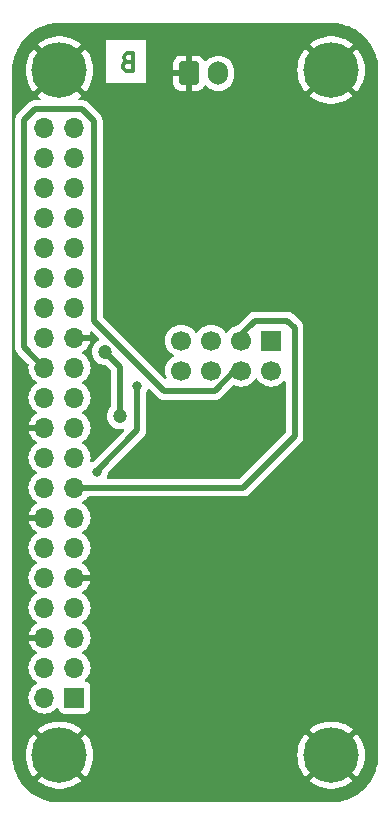
<source format=gbr>
%TF.GenerationSoftware,KiCad,Pcbnew,(7.0.0)*%
%TF.CreationDate,2023-05-30T16:09:46+02:00*%
%TF.ProjectId,connecteurs,636f6e6e-6563-4746-9575-72732e6b6963,1.0*%
%TF.SameCoordinates,Original*%
%TF.FileFunction,Copper,L2,Bot*%
%TF.FilePolarity,Positive*%
%FSLAX46Y46*%
G04 Gerber Fmt 4.6, Leading zero omitted, Abs format (unit mm)*
G04 Created by KiCad (PCBNEW (7.0.0)) date 2023-05-30 16:09:46*
%MOMM*%
%LPD*%
G01*
G04 APERTURE LIST*
G04 Aperture macros list*
%AMRoundRect*
0 Rectangle with rounded corners*
0 $1 Rounding radius*
0 $2 $3 $4 $5 $6 $7 $8 $9 X,Y pos of 4 corners*
0 Add a 4 corners polygon primitive as box body*
4,1,4,$2,$3,$4,$5,$6,$7,$8,$9,$2,$3,0*
0 Add four circle primitives for the rounded corners*
1,1,$1+$1,$2,$3*
1,1,$1+$1,$4,$5*
1,1,$1+$1,$6,$7*
1,1,$1+$1,$8,$9*
0 Add four rect primitives between the rounded corners*
20,1,$1+$1,$2,$3,$4,$5,0*
20,1,$1+$1,$4,$5,$6,$7,0*
20,1,$1+$1,$6,$7,$8,$9,0*
20,1,$1+$1,$8,$9,$2,$3,0*%
G04 Aperture macros list end*
%ADD10C,0.300000*%
%TA.AperFunction,NonConductor*%
%ADD11C,0.300000*%
%TD*%
%TA.AperFunction,ComponentPad*%
%ADD12C,4.700000*%
%TD*%
%TA.AperFunction,ComponentPad*%
%ADD13RoundRect,0.250000X-0.600000X-0.750000X0.600000X-0.750000X0.600000X0.750000X-0.600000X0.750000X0*%
%TD*%
%TA.AperFunction,ComponentPad*%
%ADD14O,1.700000X2.000000*%
%TD*%
%TA.AperFunction,ComponentPad*%
%ADD15R,1.700000X1.700000*%
%TD*%
%TA.AperFunction,ComponentPad*%
%ADD16O,1.700000X1.700000*%
%TD*%
%TA.AperFunction,ComponentPad*%
%ADD17C,1.700000*%
%TD*%
%TA.AperFunction,ViaPad*%
%ADD18C,0.800000*%
%TD*%
%TA.AperFunction,ViaPad*%
%ADD19C,1.200000*%
%TD*%
%TA.AperFunction,Conductor*%
%ADD20C,0.500000*%
%TD*%
%TA.AperFunction,Conductor*%
%ADD21C,0.300000*%
%TD*%
G04 APERTURE END LIST*
D10*
D11*
X75742857Y-49287857D02*
X75528571Y-49359285D01*
X75528571Y-49359285D02*
X75457142Y-49430714D01*
X75457142Y-49430714D02*
X75385714Y-49573571D01*
X75385714Y-49573571D02*
X75385714Y-49787857D01*
X75385714Y-49787857D02*
X75457142Y-49930714D01*
X75457142Y-49930714D02*
X75528571Y-50002142D01*
X75528571Y-50002142D02*
X75671428Y-50073571D01*
X75671428Y-50073571D02*
X76242857Y-50073571D01*
X76242857Y-50073571D02*
X76242857Y-48573571D01*
X76242857Y-48573571D02*
X75742857Y-48573571D01*
X75742857Y-48573571D02*
X75600000Y-48645000D01*
X75600000Y-48645000D02*
X75528571Y-48716428D01*
X75528571Y-48716428D02*
X75457142Y-48859285D01*
X75457142Y-48859285D02*
X75457142Y-49002142D01*
X75457142Y-49002142D02*
X75528571Y-49145000D01*
X75528571Y-49145000D02*
X75600000Y-49216428D01*
X75600000Y-49216428D02*
X75742857Y-49287857D01*
X75742857Y-49287857D02*
X76242857Y-49287857D01*
D12*
%TO.P,H3,1,1*%
%TO.N,GND*%
X93000000Y-108000000D03*
%TD*%
%TO.P,H4,1,1*%
%TO.N,GND*%
X70000000Y-108000000D03*
%TD*%
D13*
%TO.P,J1,1,Pin_1*%
%TO.N,GND*%
X80950000Y-50275000D03*
D14*
%TO.P,J1,2,Pin_2*%
%TO.N,+5V*%
X83449999Y-50274999D03*
%TD*%
D15*
%TO.P,IC1,1,+3.3V_1*%
%TO.N,unconnected-(IC1-+3.3V_1-Pad1)*%
X71269999Y-103124999D03*
D16*
%TO.P,IC1,2,+5V_1*%
%TO.N,+5V*%
X68729999Y-103124999D03*
%TO.P,IC1,3,GPIO_2/[I2C]_SDA*%
%TO.N,unconnected-(IC1-GPIO_2{slash}[I2C]_SDA-Pad3)*%
X71269999Y-100584999D03*
%TO.P,IC1,4,+5V_2*%
%TO.N,+5V*%
X68729999Y-100584999D03*
%TO.P,IC1,5,GPIO_3/[I2C]_SCL*%
%TO.N,unconnected-(IC1-GPIO_3{slash}[I2C]_SCL-Pad5)*%
X71269999Y-98044999D03*
%TO.P,IC1,6,GND_1*%
%TO.N,GND*%
X68729999Y-98044999D03*
%TO.P,IC1,7,GPIO_4/GPCLK0*%
%TO.N,unconnected-(IC1-GPIO_4{slash}GPCLK0-Pad7)*%
X71269999Y-95504999D03*
%TO.P,IC1,8,GPIO_14/[UART]_TXD0*%
%TO.N,unconnected-(IC1-GPIO_14{slash}[UART]_TXD0-Pad8)*%
X68729999Y-95504999D03*
%TO.P,IC1,9,GND_2*%
%TO.N,GND*%
X71269999Y-92964999D03*
%TO.P,IC1,10,GPIO_15/[UART]_RXD0*%
%TO.N,unconnected-(IC1-GPIO_15{slash}[UART]_RXD0-Pad10)*%
X68729999Y-92964999D03*
%TO.P,IC1,11,GPIO_17/SPI1_CS1*%
%TO.N,unconnected-(IC1-GPIO_17{slash}SPI1_CS1-Pad11)*%
X71269999Y-90424999D03*
%TO.P,IC1,12,GPIO_18/PWM0/SPI1_CS0*%
%TO.N,unconnected-(IC1-GPIO_18{slash}PWM0{slash}SPI1_CS0-Pad12)*%
X68729999Y-90424999D03*
%TO.P,IC1,13,GPIO27*%
%TO.N,IRQ*%
X71269999Y-87884999D03*
%TO.P,IC1,14,GND_3*%
%TO.N,GND*%
X68729999Y-87884999D03*
%TO.P,IC1,15,GPIO_22*%
%TO.N,CE*%
X71269999Y-85344999D03*
%TO.P,IC1,16,GPIO_23*%
%TO.N,unconnected-(IC1-GPIO_23-Pad16)*%
X68729999Y-85344999D03*
%TO.P,IC1,17,+3.3V_2*%
%TO.N,unconnected-(IC1-+3.3V_2-Pad17)*%
X71269999Y-82804999D03*
%TO.P,IC1,18,GPIO_24*%
%TO.N,unconnected-(IC1-GPIO_24-Pad18)*%
X68729999Y-82804999D03*
%TO.P,IC1,19,GPIO_10/SPI0_MOSI*%
%TO.N,MOSI*%
X71269999Y-80264999D03*
%TO.P,IC1,20,GND_4*%
%TO.N,GND*%
X68729999Y-80264999D03*
%TO.P,IC1,21,GPIO_9/SPI0_MISO*%
%TO.N,MISO*%
X71269999Y-77724999D03*
%TO.P,IC1,22,GPIO_25*%
%TO.N,unconnected-(IC1-GPIO_25-Pad22)*%
X68729999Y-77724999D03*
%TO.P,IC1,23,GPIO_11/SPI0_SCLK*%
%TO.N,SCK*%
X71269999Y-75184999D03*
%TO.P,IC1,24,GPIO_8/SPI0_CE1_N*%
%TO.N,CSN*%
X68729999Y-75184999D03*
%TO.P,IC1,25,GND_5*%
%TO.N,GND*%
X71269999Y-72644999D03*
%TO.P,IC1,26,GPIO_7/SPI0_CE2_N*%
%TO.N,unconnected-(IC1-GPIO_7{slash}SPI0_CE2_N-Pad26)*%
X68729999Y-72644999D03*
%TO.P,IC1,27,DNC_1*%
%TO.N,unconnected-(IC1-DNC_1-Pad27)*%
X71269999Y-70104999D03*
%TO.P,IC1,28,DNC_2*%
%TO.N,unconnected-(IC1-DNC_2-Pad28)*%
X68729999Y-70104999D03*
%TO.P,IC1,29,GPIO5//GPCLK1*%
%TO.N,unconnected-(IC1-GPIO5{slash}{slash}GPCLK1-Pad29)*%
X71269999Y-67564999D03*
%TO.P,IC1,30,GND_6*%
%TO.N,GND*%
X68729999Y-67564999D03*
%TO.P,IC1,31,GPIO6/GPCLK2*%
%TO.N,unconnected-(IC1-GPIO6{slash}GPCLK2-Pad31)*%
X71269999Y-65024999D03*
%TO.P,IC1,32,GPIO12/PWM0*%
%TO.N,unconnected-(IC1-GPIO12{slash}PWM0-Pad32)*%
X68729999Y-65024999D03*
%TO.P,IC1,33,GPIO13/PWM1*%
%TO.N,unconnected-(IC1-GPIO13{slash}PWM1-Pad33)*%
X71269999Y-62484999D03*
%TO.P,IC1,34,GND_7*%
%TO.N,GND*%
X68729999Y-62484999D03*
%TO.P,IC1,35,GPIO19/SPI0_MISO1/PWM1*%
%TO.N,unconnected-(IC1-GPIO19{slash}SPI0_MISO1{slash}PWM1-Pad35)*%
X71269999Y-59944999D03*
%TO.P,IC1,36,GPIO16/SPI1_CS2*%
%TO.N,unconnected-(IC1-GPIO16{slash}SPI1_CS2-Pad36)*%
X68729999Y-59944999D03*
%TO.P,IC1,37,GPIO26*%
%TO.N,unconnected-(IC1-GPIO26-Pad37)*%
X71269999Y-57404999D03*
%TO.P,IC1,38,GPIO20/SPI0_MOSI1*%
%TO.N,unconnected-(IC1-GPIO20{slash}SPI0_MOSI1-Pad38)*%
X68729999Y-57404999D03*
%TO.P,IC1,39,GND_8*%
%TO.N,GND*%
X71269999Y-54864999D03*
%TO.P,IC1,40,GPIO21/SPI0_SCLK1*%
%TO.N,unconnected-(IC1-GPIO21{slash}SPI0_SCLK1-Pad40)*%
X68729999Y-54864999D03*
%TD*%
D15*
%TO.P,U1,1,GND*%
%TO.N,GND*%
X87924999Y-72899999D03*
D17*
%TO.P,U1,2,VCC*%
%TO.N,+3.3V*%
X87925000Y-75440000D03*
%TO.P,U1,3,CE*%
%TO.N,CE*%
X85385000Y-72900000D03*
%TO.P,U1,4,~{CSN}*%
%TO.N,CSN*%
X85385000Y-75440000D03*
%TO.P,U1,5,SCK*%
%TO.N,SCK*%
X82845000Y-72900000D03*
%TO.P,U1,6,MOSI*%
%TO.N,MOSI*%
X82845000Y-75440000D03*
%TO.P,U1,7,MISO*%
%TO.N,MISO*%
X80305000Y-72900000D03*
%TO.P,U1,8,IRQ*%
%TO.N,IRQ*%
X80305000Y-75440000D03*
%TD*%
D12*
%TO.P,H1,1,1*%
%TO.N,GND*%
X70000000Y-50000000D03*
%TD*%
%TO.P,H2,1,1*%
%TO.N,GND*%
X93000000Y-50000000D03*
%TD*%
D18*
%TO.N,GND*%
X80700000Y-57637000D03*
%TO.N,IRQ*%
X73200000Y-84000000D03*
X76600000Y-76750500D03*
D19*
%TO.N,+5V*%
X75100000Y-79300000D03*
X73850000Y-73850000D03*
D18*
%TO.N,GND*%
X80000000Y-68000000D03*
X80000000Y-63000000D03*
X86000000Y-68000000D03*
X86000000Y-63000000D03*
X79000000Y-83200000D03*
X83500000Y-79700000D03*
X83500000Y-83200000D03*
X79000000Y-79700000D03*
%TD*%
D20*
%TO.N,IRQ*%
X73200000Y-83900000D02*
X76600000Y-80500000D01*
D21*
X73200000Y-84000000D02*
X73200000Y-83900000D01*
D20*
X76600000Y-80500000D02*
X76600000Y-76750500D01*
%TO.N,+5V*%
X73850000Y-73850000D02*
X75100000Y-75100000D01*
X75100000Y-75100000D02*
X75100000Y-79300000D01*
%TO.N,CE*%
X71270000Y-85345000D02*
X85555000Y-85345000D01*
X89900000Y-81000000D02*
X89900000Y-71800000D01*
X89900000Y-71800000D02*
X89300000Y-71200000D01*
X86585000Y-71200000D02*
X84985000Y-72800000D01*
X85555000Y-85345000D02*
X89900000Y-81000000D01*
X89300000Y-71200000D02*
X86585000Y-71200000D01*
%TO.N,CSN*%
X67000000Y-54200000D02*
X67000000Y-73455000D01*
X67000000Y-73455000D02*
X68730000Y-75185000D01*
X78886522Y-77186522D02*
X72900000Y-71200000D01*
X67900000Y-53300000D02*
X67000000Y-54200000D01*
X72900000Y-54300000D02*
X71900000Y-53300000D01*
X72900000Y-71200000D02*
X72900000Y-54300000D01*
X83138478Y-77186522D02*
X78886522Y-77186522D01*
X71900000Y-53300000D02*
X67900000Y-53300000D01*
X84985000Y-75340000D02*
X83138478Y-77186522D01*
%TD*%
%TA.AperFunction,Conductor*%
%TO.N,GND*%
G36*
X86712257Y-76086976D02*
G01*
X86756575Y-76125842D01*
X86883395Y-76306961D01*
X86883401Y-76306968D01*
X86886505Y-76311401D01*
X87053599Y-76478495D01*
X87247170Y-76614035D01*
X87461337Y-76713903D01*
X87689592Y-76775063D01*
X87925000Y-76795659D01*
X88160408Y-76775063D01*
X88388663Y-76713903D01*
X88602830Y-76614035D01*
X88796401Y-76478495D01*
X88937818Y-76337077D01*
X88987182Y-76306827D01*
X89044898Y-76302285D01*
X89098385Y-76324440D01*
X89135985Y-76368463D01*
X89149500Y-76424758D01*
X89149500Y-80637771D01*
X89140061Y-80685224D01*
X89113181Y-80725452D01*
X85280451Y-84558181D01*
X85240223Y-84585061D01*
X85192770Y-84594500D01*
X74111347Y-84594500D01*
X74049347Y-84577887D01*
X74003960Y-84532500D01*
X73987347Y-84470500D01*
X74003959Y-84408501D01*
X74027179Y-84368284D01*
X74085674Y-84188256D01*
X74094303Y-84106141D01*
X74105703Y-84065721D01*
X74129940Y-84031425D01*
X77085638Y-81075727D01*
X77099262Y-81063953D01*
X77118530Y-81049610D01*
X77150372Y-81011661D01*
X77157686Y-81003681D01*
X77158267Y-81003099D01*
X77161590Y-80999777D01*
X77180836Y-80975433D01*
X77183058Y-80972706D01*
X77231302Y-80915214D01*
X77234547Y-80908751D01*
X77236440Y-80905874D01*
X77236644Y-80905590D01*
X77236819Y-80905278D01*
X77238624Y-80902350D01*
X77243111Y-80896677D01*
X77274834Y-80828645D01*
X77276349Y-80825514D01*
X77310040Y-80758433D01*
X77311708Y-80751391D01*
X77312878Y-80748178D01*
X77313022Y-80747831D01*
X77313118Y-80747492D01*
X77314199Y-80744227D01*
X77317257Y-80737673D01*
X77332433Y-80664168D01*
X77333194Y-80660734D01*
X77350500Y-80587721D01*
X77350500Y-80580490D01*
X77350902Y-80577051D01*
X77350956Y-80576714D01*
X77350972Y-80576360D01*
X77351271Y-80572933D01*
X77352733Y-80565856D01*
X77350552Y-80490889D01*
X77350500Y-80487283D01*
X77350500Y-77284821D01*
X77367113Y-77222821D01*
X77427179Y-77118784D01*
X77445636Y-77061978D01*
X77479395Y-77009240D01*
X77534619Y-76979722D01*
X77597225Y-76980951D01*
X77651248Y-77012615D01*
X78310789Y-77672156D01*
X78322571Y-77685789D01*
X78332599Y-77699260D01*
X78332603Y-77699264D01*
X78336912Y-77705052D01*
X78374874Y-77736906D01*
X78382836Y-77744203D01*
X78386746Y-77748113D01*
X78411064Y-77767341D01*
X78413859Y-77769618D01*
X78471308Y-77817824D01*
X78477767Y-77821067D01*
X78480656Y-77822968D01*
X78480935Y-77823170D01*
X78481235Y-77823337D01*
X78484177Y-77825151D01*
X78489845Y-77829633D01*
X78496392Y-77832686D01*
X78496394Y-77832687D01*
X78557836Y-77861338D01*
X78561050Y-77862893D01*
X78628089Y-77896562D01*
X78635128Y-77898230D01*
X78638349Y-77899402D01*
X78638693Y-77899545D01*
X78639018Y-77899637D01*
X78642301Y-77900724D01*
X78648850Y-77903779D01*
X78722374Y-77918959D01*
X78725808Y-77919721D01*
X78798801Y-77937022D01*
X78806022Y-77937022D01*
X78809460Y-77937424D01*
X78809799Y-77937478D01*
X78810149Y-77937494D01*
X78813592Y-77937795D01*
X78820667Y-77939256D01*
X78895652Y-77937074D01*
X78899260Y-77937022D01*
X83074771Y-77937022D01*
X83092742Y-77938331D01*
X83096638Y-77938901D01*
X83116501Y-77941811D01*
X83165846Y-77937494D01*
X83176654Y-77937022D01*
X83178578Y-77937022D01*
X83182187Y-77937022D01*
X83213028Y-77933416D01*
X83216509Y-77933061D01*
X83291275Y-77926521D01*
X83298131Y-77924248D01*
X83301521Y-77923549D01*
X83301853Y-77923495D01*
X83302206Y-77923395D01*
X83305549Y-77922602D01*
X83312733Y-77921763D01*
X83383238Y-77896101D01*
X83386596Y-77894934D01*
X83457812Y-77871336D01*
X83463964Y-77867540D01*
X83467085Y-77866086D01*
X83467407Y-77865952D01*
X83467716Y-77865780D01*
X83470793Y-77864234D01*
X83477595Y-77861759D01*
X83540315Y-77820506D01*
X83543210Y-77818662D01*
X83607134Y-77779234D01*
X83612241Y-77774125D01*
X83614954Y-77771981D01*
X83615236Y-77771776D01*
X83615507Y-77771529D01*
X83618136Y-77769322D01*
X83624174Y-77765352D01*
X83675664Y-77710774D01*
X83678109Y-77708257D01*
X84690216Y-76696149D01*
X84732112Y-76668594D01*
X84781501Y-76659885D01*
X84830299Y-76671451D01*
X84921337Y-76713903D01*
X85149592Y-76775063D01*
X85385000Y-76795659D01*
X85620408Y-76775063D01*
X85848663Y-76713903D01*
X86062830Y-76614035D01*
X86256401Y-76478495D01*
X86423495Y-76311401D01*
X86553424Y-76125842D01*
X86597743Y-76086976D01*
X86655000Y-76072965D01*
X86712257Y-76086976D01*
G37*
%TD.AperFunction*%
%TA.AperFunction,Conductor*%
G36*
X72769379Y-72130747D02*
G01*
X73334317Y-72695685D01*
X73363745Y-72742605D01*
X73369810Y-72797656D01*
X73351302Y-72849857D01*
X73311914Y-72888792D01*
X73272910Y-72912942D01*
X73188826Y-72965005D01*
X73188822Y-72965007D01*
X73183959Y-72968019D01*
X73179728Y-72971875D01*
X73179724Y-72971879D01*
X73037476Y-73101554D01*
X73037466Y-73101564D01*
X73033236Y-73105421D01*
X73029787Y-73109987D01*
X73029778Y-73109998D01*
X72913779Y-73263607D01*
X72913776Y-73263611D01*
X72910327Y-73268179D01*
X72907774Y-73273304D01*
X72907772Y-73273309D01*
X72821976Y-73445612D01*
X72819418Y-73450750D01*
X72817850Y-73456258D01*
X72817847Y-73456268D01*
X72765173Y-73641395D01*
X72765170Y-73641406D01*
X72763603Y-73646917D01*
X72763073Y-73652627D01*
X72763073Y-73652632D01*
X72752068Y-73771401D01*
X72744785Y-73850000D01*
X72745314Y-73855709D01*
X72760191Y-74016269D01*
X72763603Y-74053083D01*
X72765171Y-74058594D01*
X72765173Y-74058604D01*
X72817847Y-74243731D01*
X72817849Y-74243737D01*
X72819418Y-74249250D01*
X72849553Y-74309769D01*
X72895231Y-74401505D01*
X72910327Y-74431821D01*
X72913779Y-74436392D01*
X73029778Y-74590001D01*
X73029783Y-74590006D01*
X73033236Y-74594579D01*
X73037472Y-74598440D01*
X73037476Y-74598445D01*
X73139227Y-74691203D01*
X73183959Y-74731981D01*
X73357363Y-74839348D01*
X73547544Y-74913024D01*
X73748024Y-74950500D01*
X73837770Y-74950500D01*
X73885223Y-74959939D01*
X73925451Y-74986819D01*
X74313181Y-75374549D01*
X74340061Y-75414777D01*
X74349500Y-75462230D01*
X74349500Y-78440261D01*
X74338935Y-78490347D01*
X74309039Y-78531897D01*
X74287473Y-78551556D01*
X74287459Y-78551570D01*
X74283236Y-78555421D01*
X74279789Y-78559984D01*
X74279783Y-78559992D01*
X74163779Y-78713607D01*
X74163776Y-78713611D01*
X74160327Y-78718179D01*
X74157774Y-78723304D01*
X74157772Y-78723309D01*
X74072913Y-78893731D01*
X74069418Y-78900750D01*
X74067850Y-78906258D01*
X74067847Y-78906268D01*
X74015173Y-79091395D01*
X74015170Y-79091406D01*
X74013603Y-79096917D01*
X74013073Y-79102627D01*
X74013073Y-79102632D01*
X73995314Y-79294291D01*
X73994785Y-79300000D01*
X73995314Y-79305709D01*
X74003868Y-79398029D01*
X74013603Y-79503083D01*
X74015171Y-79508594D01*
X74015173Y-79508604D01*
X74067847Y-79693731D01*
X74067849Y-79693737D01*
X74069418Y-79699250D01*
X74160327Y-79881821D01*
X74163779Y-79886392D01*
X74279778Y-80040001D01*
X74279783Y-80040006D01*
X74283236Y-80044579D01*
X74287472Y-80048440D01*
X74287476Y-80048445D01*
X74318800Y-80077000D01*
X74433959Y-80181981D01*
X74607363Y-80289348D01*
X74797544Y-80363024D01*
X74998024Y-80400500D01*
X75196247Y-80400500D01*
X75201976Y-80400500D01*
X75344792Y-80373803D01*
X75406983Y-80378120D01*
X75459214Y-80412154D01*
X75488283Y-80467302D01*
X75486843Y-80529626D01*
X75455258Y-80583373D01*
X72899636Y-83138994D01*
X72862391Y-83164592D01*
X72769919Y-83205764D01*
X72701690Y-83215202D01*
X72638951Y-83186775D01*
X72601060Y-83129255D01*
X72599709Y-83060390D01*
X72600221Y-83058477D01*
X72605063Y-83040408D01*
X72625659Y-82805000D01*
X72605063Y-82569592D01*
X72543903Y-82341337D01*
X72444035Y-82127171D01*
X72308495Y-81933599D01*
X72141401Y-81766505D01*
X72136968Y-81763401D01*
X72136961Y-81763395D01*
X71955842Y-81636575D01*
X71916976Y-81592257D01*
X71902965Y-81535000D01*
X71916976Y-81477743D01*
X71955842Y-81433425D01*
X72136961Y-81306604D01*
X72136961Y-81306603D01*
X72141401Y-81303495D01*
X72308495Y-81136401D01*
X72444035Y-80942830D01*
X72543903Y-80728663D01*
X72605063Y-80500408D01*
X72625659Y-80265000D01*
X72605063Y-80029592D01*
X72543903Y-79801337D01*
X72444035Y-79587171D01*
X72308495Y-79393599D01*
X72141401Y-79226505D01*
X72136968Y-79223401D01*
X72136961Y-79223395D01*
X71955842Y-79096575D01*
X71916976Y-79052257D01*
X71902965Y-78995000D01*
X71916976Y-78937743D01*
X71955842Y-78893425D01*
X72136961Y-78766604D01*
X72136961Y-78766603D01*
X72141401Y-78763495D01*
X72308495Y-78596401D01*
X72444035Y-78402830D01*
X72543903Y-78188663D01*
X72605063Y-77960408D01*
X72625659Y-77725000D01*
X72605063Y-77489592D01*
X72556572Y-77308619D01*
X72545305Y-77266569D01*
X72545304Y-77266567D01*
X72543903Y-77261337D01*
X72444035Y-77047171D01*
X72308495Y-76853599D01*
X72141401Y-76686505D01*
X72136968Y-76683401D01*
X72136961Y-76683395D01*
X71955842Y-76556575D01*
X71916976Y-76512257D01*
X71902965Y-76455000D01*
X71916976Y-76397743D01*
X71955842Y-76353425D01*
X72136961Y-76226604D01*
X72136961Y-76226603D01*
X72141401Y-76223495D01*
X72308495Y-76056401D01*
X72444035Y-75862830D01*
X72543903Y-75648663D01*
X72605063Y-75420408D01*
X72625659Y-75185000D01*
X72605063Y-74949592D01*
X72546755Y-74731981D01*
X72545305Y-74726569D01*
X72545304Y-74726567D01*
X72543903Y-74721337D01*
X72444035Y-74507171D01*
X72308495Y-74313599D01*
X72141401Y-74146505D01*
X72136970Y-74143402D01*
X72136966Y-74143399D01*
X71955405Y-74016269D01*
X71916540Y-73971951D01*
X71902529Y-73914694D01*
X71916540Y-73857437D01*
X71955406Y-73813119D01*
X72136638Y-73686219D01*
X72144909Y-73679278D01*
X72304278Y-73519909D01*
X72311215Y-73511643D01*
X72440498Y-73327008D01*
X72445886Y-73317676D01*
X72541143Y-73113397D01*
X72544831Y-73103263D01*
X72596943Y-72908780D01*
X72597311Y-72897551D01*
X72586369Y-72895000D01*
X71144000Y-72895000D01*
X71082000Y-72878387D01*
X71036613Y-72833000D01*
X71020000Y-72771000D01*
X71020000Y-72519000D01*
X71036613Y-72457000D01*
X71082000Y-72411613D01*
X71144000Y-72395000D01*
X72586369Y-72395000D01*
X72597311Y-72392448D01*
X72596943Y-72381219D01*
X72561923Y-72250522D01*
X72561923Y-72186335D01*
X72594017Y-72130747D01*
X72649604Y-72098653D01*
X72713792Y-72098653D01*
X72769379Y-72130747D01*
G37*
%TD.AperFunction*%
%TA.AperFunction,Conductor*%
G36*
X93002854Y-46000632D02*
G01*
X93018811Y-46001369D01*
X93173088Y-46008502D01*
X93369795Y-46018166D01*
X93380787Y-46019201D01*
X93562876Y-46044601D01*
X93563781Y-46044732D01*
X93747261Y-46071949D01*
X93757413Y-46073892D01*
X93938614Y-46116510D01*
X93940023Y-46116852D01*
X94117874Y-46161401D01*
X94127091Y-46164096D01*
X94304478Y-46223550D01*
X94306618Y-46224292D01*
X94478220Y-46285692D01*
X94486519Y-46289004D01*
X94657980Y-46364712D01*
X94660909Y-46366051D01*
X94747263Y-46406892D01*
X94825119Y-46443715D01*
X94832411Y-46447465D01*
X94929135Y-46501341D01*
X94996435Y-46538827D01*
X94999810Y-46540777D01*
X95155371Y-46634017D01*
X95161670Y-46638058D01*
X95316699Y-46744256D01*
X95320459Y-46746935D01*
X95466009Y-46854882D01*
X95471305Y-46859040D01*
X95616009Y-46979200D01*
X95619947Y-46982617D01*
X95754206Y-47104303D01*
X95758590Y-47108478D01*
X95891520Y-47241408D01*
X95895698Y-47245795D01*
X96017375Y-47380045D01*
X96020805Y-47383998D01*
X96140951Y-47528684D01*
X96145124Y-47534000D01*
X96253041Y-47679509D01*
X96255742Y-47683299D01*
X96361940Y-47838328D01*
X96365999Y-47844656D01*
X96459200Y-48000153D01*
X96461171Y-48003563D01*
X96552525Y-48167573D01*
X96556291Y-48174896D01*
X96633947Y-48339089D01*
X96635286Y-48342018D01*
X96710994Y-48513479D01*
X96714311Y-48521791D01*
X96775666Y-48693265D01*
X96776487Y-48695634D01*
X96835894Y-48872881D01*
X96838606Y-48882157D01*
X96883104Y-49059803D01*
X96883526Y-49061543D01*
X96926101Y-49242562D01*
X96928053Y-49252758D01*
X96955257Y-49436156D01*
X96955410Y-49437218D01*
X96980794Y-49619184D01*
X96981834Y-49630232D01*
X96991512Y-49827238D01*
X96991529Y-49827595D01*
X96999368Y-49997145D01*
X96999500Y-50002872D01*
X96999500Y-107997128D01*
X96999368Y-108002855D01*
X96991529Y-108172404D01*
X96991512Y-108172761D01*
X96981834Y-108369766D01*
X96980794Y-108380814D01*
X96955410Y-108562780D01*
X96955257Y-108563842D01*
X96928053Y-108747240D01*
X96926101Y-108757436D01*
X96883526Y-108938455D01*
X96883104Y-108940195D01*
X96838606Y-109117841D01*
X96835894Y-109127117D01*
X96776487Y-109304364D01*
X96775666Y-109306733D01*
X96714311Y-109478207D01*
X96710994Y-109486519D01*
X96635286Y-109657980D01*
X96633947Y-109660909D01*
X96556291Y-109825102D01*
X96552525Y-109832425D01*
X96461171Y-109996435D01*
X96459200Y-109999845D01*
X96365999Y-110155342D01*
X96361940Y-110161670D01*
X96255742Y-110316699D01*
X96253041Y-110320489D01*
X96145135Y-110465984D01*
X96140935Y-110471334D01*
X96020851Y-110615947D01*
X96017331Y-110620004D01*
X95895717Y-110754183D01*
X95891520Y-110758590D01*
X95758590Y-110891520D01*
X95754183Y-110895717D01*
X95620004Y-111017331D01*
X95615947Y-111020851D01*
X95471334Y-111140935D01*
X95465984Y-111145135D01*
X95320489Y-111253041D01*
X95316699Y-111255742D01*
X95161670Y-111361940D01*
X95155342Y-111365999D01*
X94999845Y-111459200D01*
X94996435Y-111461171D01*
X94832425Y-111552525D01*
X94825102Y-111556291D01*
X94660909Y-111633947D01*
X94657980Y-111635286D01*
X94486519Y-111710994D01*
X94478207Y-111714311D01*
X94306733Y-111775666D01*
X94304364Y-111776487D01*
X94127117Y-111835894D01*
X94117841Y-111838606D01*
X93940195Y-111883104D01*
X93938455Y-111883526D01*
X93757436Y-111926101D01*
X93747240Y-111928053D01*
X93563842Y-111955257D01*
X93562780Y-111955410D01*
X93380814Y-111980794D01*
X93369766Y-111981834D01*
X93172931Y-111991503D01*
X93172575Y-111991520D01*
X93007393Y-111999158D01*
X93002854Y-111999368D01*
X92997128Y-111999500D01*
X70002872Y-111999500D01*
X69997145Y-111999368D01*
X69992305Y-111999144D01*
X69827423Y-111991520D01*
X69827067Y-111991503D01*
X69630232Y-111981834D01*
X69619184Y-111980794D01*
X69437218Y-111955410D01*
X69436156Y-111955257D01*
X69252758Y-111928053D01*
X69242562Y-111926101D01*
X69061543Y-111883526D01*
X69059803Y-111883104D01*
X68882157Y-111838606D01*
X68872881Y-111835894D01*
X68695634Y-111776487D01*
X68693265Y-111775666D01*
X68521791Y-111714311D01*
X68513479Y-111710994D01*
X68342018Y-111635286D01*
X68339089Y-111633947D01*
X68174896Y-111556291D01*
X68167573Y-111552525D01*
X68003563Y-111461171D01*
X68000153Y-111459200D01*
X67980648Y-111447509D01*
X67844645Y-111365992D01*
X67838328Y-111361940D01*
X67683299Y-111255742D01*
X67679509Y-111253041D01*
X67534000Y-111145124D01*
X67528684Y-111140951D01*
X67383998Y-111020805D01*
X67380045Y-111017375D01*
X67245795Y-110895698D01*
X67241408Y-110891520D01*
X67108478Y-110758590D01*
X67104303Y-110754206D01*
X66982617Y-110619947D01*
X66979200Y-110616009D01*
X66859040Y-110471305D01*
X66854882Y-110466009D01*
X66746935Y-110320459D01*
X66744256Y-110316699D01*
X66653368Y-110184020D01*
X68174812Y-110184020D01*
X68182499Y-110195346D01*
X68292441Y-110287598D01*
X68298239Y-110291915D01*
X68569565Y-110470369D01*
X68575814Y-110473976D01*
X68866022Y-110619725D01*
X68872661Y-110622588D01*
X69177838Y-110733664D01*
X69184728Y-110735727D01*
X69500768Y-110810630D01*
X69507834Y-110811876D01*
X69830435Y-110849582D01*
X69837605Y-110850000D01*
X70162395Y-110850000D01*
X70169564Y-110849582D01*
X70492165Y-110811876D01*
X70499231Y-110810630D01*
X70815271Y-110735727D01*
X70822161Y-110733664D01*
X71127338Y-110622588D01*
X71133977Y-110619725D01*
X71424185Y-110473976D01*
X71430434Y-110470369D01*
X71701760Y-110291915D01*
X71707558Y-110287598D01*
X71817499Y-110195346D01*
X71825186Y-110184020D01*
X91174812Y-110184020D01*
X91182499Y-110195346D01*
X91292441Y-110287598D01*
X91298239Y-110291915D01*
X91569565Y-110470369D01*
X91575814Y-110473976D01*
X91866022Y-110619725D01*
X91872661Y-110622588D01*
X92177838Y-110733664D01*
X92184728Y-110735727D01*
X92500768Y-110810630D01*
X92507834Y-110811876D01*
X92830435Y-110849582D01*
X92837605Y-110850000D01*
X93162395Y-110850000D01*
X93169564Y-110849582D01*
X93492165Y-110811876D01*
X93499231Y-110810630D01*
X93815271Y-110735727D01*
X93822161Y-110733664D01*
X94127338Y-110622588D01*
X94133977Y-110619725D01*
X94424185Y-110473976D01*
X94430434Y-110470369D01*
X94701760Y-110291915D01*
X94707558Y-110287598D01*
X94817499Y-110195346D01*
X94825186Y-110184020D01*
X94818515Y-110172068D01*
X93011542Y-108365095D01*
X93000000Y-108358431D01*
X92988457Y-108365095D01*
X91181482Y-110172069D01*
X91174812Y-110184020D01*
X71825186Y-110184020D01*
X71818515Y-110172068D01*
X70011542Y-108365095D01*
X70000000Y-108358431D01*
X69988457Y-108365095D01*
X68181482Y-110172069D01*
X68174812Y-110184020D01*
X66653368Y-110184020D01*
X66638058Y-110161670D01*
X66634017Y-110155371D01*
X66540777Y-109999810D01*
X66538827Y-109996435D01*
X66512261Y-109948740D01*
X66447465Y-109832411D01*
X66443715Y-109825119D01*
X66406892Y-109747263D01*
X66366051Y-109660909D01*
X66364712Y-109657980D01*
X66289004Y-109486519D01*
X66285692Y-109478220D01*
X66224292Y-109306618D01*
X66223550Y-109304478D01*
X66164096Y-109127091D01*
X66161401Y-109117874D01*
X66116852Y-108940023D01*
X66116510Y-108938614D01*
X66073892Y-108757413D01*
X66071949Y-108747261D01*
X66044732Y-108563781D01*
X66044588Y-108562780D01*
X66019201Y-108380787D01*
X66018166Y-108369795D01*
X66008480Y-108172611D01*
X66000667Y-108003606D01*
X67145380Y-108003606D01*
X67164262Y-108327812D01*
X67165101Y-108334991D01*
X67221494Y-108654811D01*
X67223156Y-108661824D01*
X67316305Y-108972963D01*
X67318761Y-108979712D01*
X67447402Y-109277934D01*
X67450635Y-109284370D01*
X67613016Y-109565623D01*
X67616982Y-109571654D01*
X67804384Y-109823377D01*
X67812616Y-109830544D01*
X67821798Y-109824647D01*
X69634904Y-108011542D01*
X69641568Y-108000000D01*
X70358431Y-108000000D01*
X70365095Y-108011542D01*
X72178200Y-109824647D01*
X72187382Y-109830544D01*
X72195614Y-109823377D01*
X72383017Y-109571654D01*
X72386983Y-109565623D01*
X72549364Y-109284370D01*
X72552597Y-109277934D01*
X72681238Y-108979712D01*
X72683694Y-108972963D01*
X72776843Y-108661824D01*
X72778505Y-108654811D01*
X72834898Y-108334991D01*
X72835737Y-108327812D01*
X72854620Y-108003606D01*
X90145380Y-108003606D01*
X90164262Y-108327812D01*
X90165101Y-108334991D01*
X90221494Y-108654811D01*
X90223156Y-108661824D01*
X90316305Y-108972963D01*
X90318761Y-108979712D01*
X90447402Y-109277934D01*
X90450635Y-109284370D01*
X90613016Y-109565623D01*
X90616982Y-109571654D01*
X90804384Y-109823377D01*
X90812616Y-109830544D01*
X90821798Y-109824647D01*
X92634904Y-108011542D01*
X92641568Y-108000000D01*
X93358431Y-108000000D01*
X93365095Y-108011542D01*
X95178200Y-109824647D01*
X95187382Y-109830544D01*
X95195614Y-109823377D01*
X95383017Y-109571654D01*
X95386983Y-109565623D01*
X95549364Y-109284370D01*
X95552597Y-109277934D01*
X95681238Y-108979712D01*
X95683694Y-108972963D01*
X95776843Y-108661824D01*
X95778505Y-108654811D01*
X95834898Y-108334991D01*
X95835737Y-108327812D01*
X95854620Y-108003606D01*
X95854620Y-107996394D01*
X95835737Y-107672187D01*
X95834898Y-107665008D01*
X95778505Y-107345188D01*
X95776843Y-107338175D01*
X95683694Y-107027036D01*
X95681238Y-107020287D01*
X95552597Y-106722065D01*
X95549364Y-106715629D01*
X95386983Y-106434376D01*
X95383017Y-106428345D01*
X95195614Y-106176621D01*
X95187382Y-106169454D01*
X95178200Y-106175351D01*
X93365095Y-107988457D01*
X93358431Y-108000000D01*
X92641568Y-108000000D01*
X92634904Y-107988457D01*
X90821798Y-106175351D01*
X90812616Y-106169455D01*
X90804383Y-106176622D01*
X90616982Y-106428344D01*
X90613016Y-106434376D01*
X90450635Y-106715629D01*
X90447402Y-106722065D01*
X90318761Y-107020287D01*
X90316305Y-107027036D01*
X90223156Y-107338175D01*
X90221494Y-107345188D01*
X90165101Y-107665008D01*
X90164262Y-107672187D01*
X90145380Y-107996394D01*
X90145380Y-108003606D01*
X72854620Y-108003606D01*
X72854620Y-107996394D01*
X72835737Y-107672187D01*
X72834898Y-107665008D01*
X72778505Y-107345188D01*
X72776843Y-107338175D01*
X72683694Y-107027036D01*
X72681238Y-107020287D01*
X72552597Y-106722065D01*
X72549364Y-106715629D01*
X72386983Y-106434376D01*
X72383017Y-106428345D01*
X72195614Y-106176621D01*
X72187382Y-106169454D01*
X72178200Y-106175351D01*
X70365095Y-107988457D01*
X70358431Y-108000000D01*
X69641568Y-108000000D01*
X69634904Y-107988457D01*
X67821798Y-106175351D01*
X67812616Y-106169455D01*
X67804383Y-106176622D01*
X67616982Y-106428344D01*
X67613016Y-106434376D01*
X67450635Y-106715629D01*
X67447402Y-106722065D01*
X67318761Y-107020287D01*
X67316305Y-107027036D01*
X67223156Y-107338175D01*
X67221494Y-107345188D01*
X67165101Y-107665008D01*
X67164262Y-107672187D01*
X67145380Y-107996394D01*
X67145380Y-108003606D01*
X66000667Y-108003606D01*
X66000632Y-108002854D01*
X66000500Y-107997128D01*
X66000500Y-105815978D01*
X68174812Y-105815978D01*
X68181482Y-105827929D01*
X69988457Y-107634904D01*
X70000000Y-107641568D01*
X70011542Y-107634904D01*
X71818516Y-105827929D01*
X71825185Y-105815978D01*
X91174812Y-105815978D01*
X91181482Y-105827929D01*
X92988457Y-107634904D01*
X93000000Y-107641568D01*
X93011542Y-107634904D01*
X94818516Y-105827929D01*
X94825186Y-105815977D01*
X94817500Y-105804653D01*
X94707558Y-105712401D01*
X94701760Y-105708084D01*
X94430434Y-105529630D01*
X94424185Y-105526023D01*
X94133977Y-105380274D01*
X94127338Y-105377411D01*
X93822161Y-105266335D01*
X93815271Y-105264272D01*
X93499231Y-105189369D01*
X93492165Y-105188123D01*
X93169564Y-105150417D01*
X93162395Y-105150000D01*
X92837605Y-105150000D01*
X92830435Y-105150417D01*
X92507834Y-105188123D01*
X92500768Y-105189369D01*
X92184728Y-105264272D01*
X92177838Y-105266335D01*
X91872661Y-105377411D01*
X91866022Y-105380274D01*
X91575814Y-105526023D01*
X91569565Y-105529630D01*
X91298241Y-105708083D01*
X91292440Y-105712402D01*
X91182498Y-105804653D01*
X91174812Y-105815978D01*
X71825185Y-105815978D01*
X71825186Y-105815977D01*
X71817500Y-105804653D01*
X71707558Y-105712401D01*
X71701760Y-105708084D01*
X71430434Y-105529630D01*
X71424185Y-105526023D01*
X71133977Y-105380274D01*
X71127338Y-105377411D01*
X70822161Y-105266335D01*
X70815271Y-105264272D01*
X70499231Y-105189369D01*
X70492165Y-105188123D01*
X70169564Y-105150417D01*
X70162395Y-105150000D01*
X69837605Y-105150000D01*
X69830435Y-105150417D01*
X69507834Y-105188123D01*
X69500768Y-105189369D01*
X69184728Y-105264272D01*
X69177838Y-105266335D01*
X68872661Y-105377411D01*
X68866022Y-105380274D01*
X68575814Y-105526023D01*
X68569565Y-105529630D01*
X68298241Y-105708083D01*
X68292440Y-105712402D01*
X68182498Y-105804653D01*
X68174812Y-105815978D01*
X66000500Y-105815978D01*
X66000500Y-73481745D01*
X66011269Y-73440352D01*
X66011245Y-73440256D01*
X66237112Y-73440256D01*
X66248028Y-73470939D01*
X66249028Y-73482370D01*
X66249500Y-73493176D01*
X66249500Y-73498709D01*
X66249916Y-73502272D01*
X66249917Y-73502282D01*
X66253098Y-73529496D01*
X66253464Y-73533082D01*
X66259371Y-73600604D01*
X66259372Y-73600609D01*
X66260001Y-73607797D01*
X66262271Y-73614649D01*
X66262976Y-73618063D01*
X66263028Y-73618384D01*
X66263120Y-73618709D01*
X66263920Y-73622085D01*
X66264759Y-73629255D01*
X66290413Y-73699742D01*
X66291582Y-73703108D01*
X66312913Y-73767479D01*
X66312917Y-73767489D01*
X66315186Y-73774334D01*
X66318971Y-73780472D01*
X66320443Y-73783628D01*
X66320570Y-73783935D01*
X66320729Y-73784220D01*
X66322295Y-73787338D01*
X66324763Y-73794117D01*
X66328727Y-73800144D01*
X66328729Y-73800148D01*
X66365979Y-73856784D01*
X66367916Y-73859824D01*
X66401760Y-73914695D01*
X66407288Y-73923656D01*
X66412392Y-73928760D01*
X66414542Y-73931479D01*
X66414739Y-73931752D01*
X66414973Y-73932007D01*
X66417202Y-73934663D01*
X66421170Y-73940696D01*
X66426423Y-73945652D01*
X66426424Y-73945653D01*
X66475709Y-73992151D01*
X66478296Y-73994664D01*
X66938874Y-74455242D01*
X67357130Y-74873497D01*
X67385971Y-74918767D01*
X67392977Y-74971985D01*
X67374813Y-75179604D01*
X67374341Y-75185000D01*
X67374813Y-75190395D01*
X67392167Y-75388756D01*
X67394937Y-75420408D01*
X67396336Y-75425630D01*
X67396337Y-75425634D01*
X67454694Y-75643430D01*
X67454697Y-75643438D01*
X67456097Y-75648663D01*
X67458385Y-75653570D01*
X67458386Y-75653572D01*
X67553678Y-75857927D01*
X67553681Y-75857933D01*
X67555965Y-75862830D01*
X67559064Y-75867257D01*
X67559066Y-75867259D01*
X67688399Y-76051966D01*
X67688402Y-76051970D01*
X67691505Y-76056401D01*
X67858599Y-76223495D01*
X67863032Y-76226599D01*
X67863038Y-76226604D01*
X68044158Y-76353425D01*
X68083024Y-76397743D01*
X68097035Y-76455000D01*
X68083024Y-76512257D01*
X68044159Y-76556575D01*
X67863041Y-76683395D01*
X67858599Y-76686505D01*
X67854775Y-76690328D01*
X67854769Y-76690334D01*
X67695334Y-76849769D01*
X67695328Y-76849775D01*
X67691505Y-76853599D01*
X67688402Y-76858029D01*
X67688399Y-76858034D01*
X67559073Y-77042731D01*
X67559068Y-77042738D01*
X67555965Y-77047171D01*
X67553677Y-77052077D01*
X67553675Y-77052081D01*
X67458386Y-77256427D01*
X67458383Y-77256432D01*
X67456097Y-77261337D01*
X67454698Y-77266557D01*
X67454694Y-77266569D01*
X67396337Y-77484365D01*
X67396335Y-77484371D01*
X67394937Y-77489592D01*
X67374341Y-77725000D01*
X67374813Y-77730395D01*
X67393254Y-77941181D01*
X67394937Y-77960408D01*
X67396336Y-77965630D01*
X67396337Y-77965634D01*
X67454694Y-78183430D01*
X67454697Y-78183438D01*
X67456097Y-78188663D01*
X67458385Y-78193570D01*
X67458386Y-78193572D01*
X67553678Y-78397927D01*
X67553681Y-78397933D01*
X67555965Y-78402830D01*
X67559064Y-78407257D01*
X67559066Y-78407259D01*
X67688399Y-78591966D01*
X67688402Y-78591970D01*
X67691505Y-78596401D01*
X67858599Y-78763495D01*
X67863031Y-78766598D01*
X67863033Y-78766600D01*
X68044595Y-78893731D01*
X68083460Y-78938049D01*
X68097471Y-78995306D01*
X68083460Y-79052563D01*
X68044595Y-79096881D01*
X67863352Y-79223788D01*
X67855092Y-79230719D01*
X67695719Y-79390092D01*
X67688784Y-79398357D01*
X67559508Y-79582982D01*
X67554110Y-79592332D01*
X67458856Y-79796602D01*
X67455168Y-79806736D01*
X67403056Y-80001219D01*
X67402688Y-80012448D01*
X67413631Y-80015000D01*
X68856000Y-80015000D01*
X68918000Y-80031613D01*
X68963387Y-80077000D01*
X68980000Y-80139000D01*
X68980000Y-80391000D01*
X68963387Y-80453000D01*
X68918000Y-80498387D01*
X68856000Y-80515000D01*
X67413631Y-80515000D01*
X67402688Y-80517551D01*
X67403056Y-80528780D01*
X67455168Y-80723263D01*
X67458856Y-80733397D01*
X67554113Y-80937676D01*
X67559501Y-80947008D01*
X67688784Y-81131643D01*
X67695721Y-81139909D01*
X67855090Y-81299278D01*
X67863356Y-81306215D01*
X68044595Y-81433120D01*
X68083460Y-81477438D01*
X68097471Y-81534695D01*
X68083460Y-81591952D01*
X68044594Y-81636270D01*
X67863034Y-81763399D01*
X67863029Y-81763402D01*
X67858599Y-81766505D01*
X67854775Y-81770328D01*
X67854769Y-81770334D01*
X67695334Y-81929769D01*
X67695328Y-81929775D01*
X67691505Y-81933599D01*
X67688402Y-81938029D01*
X67688399Y-81938034D01*
X67559073Y-82122731D01*
X67559068Y-82122738D01*
X67555965Y-82127171D01*
X67553677Y-82132077D01*
X67553675Y-82132081D01*
X67458386Y-82336427D01*
X67458383Y-82336432D01*
X67456097Y-82341337D01*
X67454698Y-82346557D01*
X67454694Y-82346569D01*
X67396337Y-82564365D01*
X67396335Y-82564371D01*
X67394937Y-82569592D01*
X67374341Y-82805000D01*
X67394937Y-83040408D01*
X67396336Y-83045630D01*
X67396337Y-83045634D01*
X67454694Y-83263430D01*
X67454697Y-83263438D01*
X67456097Y-83268663D01*
X67458385Y-83273570D01*
X67458386Y-83273572D01*
X67553678Y-83477927D01*
X67553681Y-83477933D01*
X67555965Y-83482830D01*
X67559064Y-83487257D01*
X67559066Y-83487259D01*
X67688399Y-83671966D01*
X67688402Y-83671970D01*
X67691505Y-83676401D01*
X67858599Y-83843495D01*
X67863032Y-83846599D01*
X67863038Y-83846604D01*
X68044158Y-83973425D01*
X68083024Y-84017743D01*
X68097035Y-84075000D01*
X68083024Y-84132257D01*
X68044159Y-84176575D01*
X67863041Y-84303395D01*
X67858599Y-84306505D01*
X67854775Y-84310328D01*
X67854769Y-84310334D01*
X67695334Y-84469769D01*
X67695328Y-84469775D01*
X67691505Y-84473599D01*
X67688402Y-84478029D01*
X67688399Y-84478034D01*
X67559073Y-84662731D01*
X67559068Y-84662738D01*
X67555965Y-84667171D01*
X67553677Y-84672077D01*
X67553675Y-84672081D01*
X67458386Y-84876427D01*
X67458383Y-84876432D01*
X67456097Y-84881337D01*
X67454698Y-84886557D01*
X67454694Y-84886569D01*
X67396337Y-85104365D01*
X67396335Y-85104371D01*
X67394937Y-85109592D01*
X67374341Y-85345000D01*
X67394937Y-85580408D01*
X67396336Y-85585630D01*
X67396337Y-85585634D01*
X67454694Y-85803430D01*
X67454697Y-85803438D01*
X67456097Y-85808663D01*
X67458385Y-85813570D01*
X67458386Y-85813572D01*
X67553678Y-86017927D01*
X67553681Y-86017933D01*
X67555965Y-86022830D01*
X67559064Y-86027257D01*
X67559066Y-86027259D01*
X67688399Y-86211966D01*
X67688402Y-86211970D01*
X67691505Y-86216401D01*
X67858599Y-86383495D01*
X67863031Y-86386598D01*
X67863033Y-86386600D01*
X68044595Y-86513731D01*
X68083460Y-86558049D01*
X68097471Y-86615306D01*
X68083460Y-86672563D01*
X68044595Y-86716881D01*
X67863352Y-86843788D01*
X67855092Y-86850719D01*
X67695719Y-87010092D01*
X67688784Y-87018357D01*
X67559508Y-87202982D01*
X67554110Y-87212332D01*
X67458856Y-87416602D01*
X67455168Y-87426736D01*
X67403056Y-87621219D01*
X67402688Y-87632448D01*
X67413631Y-87635000D01*
X68856000Y-87635000D01*
X68918000Y-87651613D01*
X68963387Y-87697000D01*
X68980000Y-87759000D01*
X68980000Y-88011000D01*
X68963387Y-88073000D01*
X68918000Y-88118387D01*
X68856000Y-88135000D01*
X67413631Y-88135000D01*
X67402688Y-88137551D01*
X67403056Y-88148780D01*
X67455168Y-88343263D01*
X67458856Y-88353397D01*
X67554113Y-88557676D01*
X67559501Y-88567008D01*
X67688784Y-88751643D01*
X67695721Y-88759909D01*
X67855090Y-88919278D01*
X67863356Y-88926215D01*
X68044595Y-89053120D01*
X68083460Y-89097438D01*
X68097471Y-89154695D01*
X68083460Y-89211952D01*
X68044594Y-89256270D01*
X67863034Y-89383399D01*
X67863029Y-89383402D01*
X67858599Y-89386505D01*
X67854775Y-89390328D01*
X67854769Y-89390334D01*
X67695334Y-89549769D01*
X67695328Y-89549775D01*
X67691505Y-89553599D01*
X67688402Y-89558029D01*
X67688399Y-89558034D01*
X67559073Y-89742731D01*
X67559068Y-89742738D01*
X67555965Y-89747171D01*
X67553677Y-89752077D01*
X67553675Y-89752081D01*
X67458386Y-89956427D01*
X67458383Y-89956432D01*
X67456097Y-89961337D01*
X67454698Y-89966557D01*
X67454694Y-89966569D01*
X67396337Y-90184365D01*
X67396335Y-90184371D01*
X67394937Y-90189592D01*
X67374341Y-90425000D01*
X67394937Y-90660408D01*
X67396336Y-90665630D01*
X67396337Y-90665634D01*
X67454694Y-90883430D01*
X67454697Y-90883438D01*
X67456097Y-90888663D01*
X67458385Y-90893570D01*
X67458386Y-90893572D01*
X67553678Y-91097927D01*
X67553681Y-91097933D01*
X67555965Y-91102830D01*
X67559064Y-91107257D01*
X67559066Y-91107259D01*
X67688399Y-91291966D01*
X67688402Y-91291970D01*
X67691505Y-91296401D01*
X67858599Y-91463495D01*
X67863032Y-91466599D01*
X67863038Y-91466604D01*
X68044158Y-91593425D01*
X68083024Y-91637743D01*
X68097035Y-91695000D01*
X68083024Y-91752257D01*
X68044159Y-91796575D01*
X67863041Y-91923395D01*
X67858599Y-91926505D01*
X67854775Y-91930328D01*
X67854769Y-91930334D01*
X67695334Y-92089769D01*
X67695328Y-92089775D01*
X67691505Y-92093599D01*
X67688402Y-92098029D01*
X67688399Y-92098034D01*
X67559073Y-92282731D01*
X67559068Y-92282738D01*
X67555965Y-92287171D01*
X67553677Y-92292077D01*
X67553675Y-92292081D01*
X67458386Y-92496427D01*
X67458383Y-92496432D01*
X67456097Y-92501337D01*
X67454698Y-92506557D01*
X67454694Y-92506569D01*
X67396337Y-92724365D01*
X67396335Y-92724371D01*
X67394937Y-92729592D01*
X67374341Y-92965000D01*
X67394937Y-93200408D01*
X67396336Y-93205630D01*
X67396337Y-93205634D01*
X67454694Y-93423430D01*
X67454697Y-93423438D01*
X67456097Y-93428663D01*
X67458385Y-93433570D01*
X67458386Y-93433572D01*
X67553678Y-93637927D01*
X67553681Y-93637933D01*
X67555965Y-93642830D01*
X67559064Y-93647257D01*
X67559066Y-93647259D01*
X67688399Y-93831966D01*
X67688402Y-93831970D01*
X67691505Y-93836401D01*
X67858599Y-94003495D01*
X67863032Y-94006599D01*
X67863038Y-94006604D01*
X68044158Y-94133425D01*
X68083024Y-94177743D01*
X68097035Y-94235000D01*
X68083024Y-94292257D01*
X68044160Y-94336574D01*
X67858599Y-94466505D01*
X67854775Y-94470328D01*
X67854769Y-94470334D01*
X67695334Y-94629769D01*
X67695328Y-94629775D01*
X67691505Y-94633599D01*
X67688402Y-94638029D01*
X67688399Y-94638034D01*
X67559073Y-94822731D01*
X67559068Y-94822738D01*
X67555965Y-94827171D01*
X67553677Y-94832077D01*
X67553675Y-94832081D01*
X67458386Y-95036427D01*
X67458383Y-95036432D01*
X67456097Y-95041337D01*
X67454698Y-95046557D01*
X67454694Y-95046569D01*
X67396337Y-95264365D01*
X67396335Y-95264371D01*
X67394937Y-95269592D01*
X67374341Y-95505000D01*
X67394937Y-95740408D01*
X67396336Y-95745630D01*
X67396337Y-95745634D01*
X67454694Y-95963430D01*
X67454697Y-95963438D01*
X67456097Y-95968663D01*
X67458385Y-95973570D01*
X67458386Y-95973572D01*
X67553678Y-96177927D01*
X67553681Y-96177933D01*
X67555965Y-96182830D01*
X67559064Y-96187257D01*
X67559066Y-96187259D01*
X67688399Y-96371966D01*
X67688402Y-96371970D01*
X67691505Y-96376401D01*
X67858599Y-96543495D01*
X67863031Y-96546598D01*
X67863033Y-96546600D01*
X68044595Y-96673731D01*
X68083460Y-96718049D01*
X68097471Y-96775306D01*
X68083460Y-96832563D01*
X68044595Y-96876881D01*
X67863352Y-97003788D01*
X67855092Y-97010719D01*
X67695719Y-97170092D01*
X67688784Y-97178357D01*
X67559508Y-97362982D01*
X67554110Y-97372332D01*
X67458856Y-97576602D01*
X67455168Y-97586736D01*
X67403056Y-97781219D01*
X67402688Y-97792448D01*
X67413631Y-97795000D01*
X68856000Y-97795000D01*
X68918000Y-97811613D01*
X68963387Y-97857000D01*
X68980000Y-97919000D01*
X68980000Y-98171000D01*
X68963387Y-98233000D01*
X68918000Y-98278387D01*
X68856000Y-98295000D01*
X67413631Y-98295000D01*
X67402688Y-98297551D01*
X67403056Y-98308780D01*
X67455168Y-98503263D01*
X67458856Y-98513397D01*
X67554113Y-98717676D01*
X67559501Y-98727008D01*
X67688784Y-98911643D01*
X67695721Y-98919909D01*
X67855090Y-99079278D01*
X67863356Y-99086215D01*
X68044595Y-99213120D01*
X68083460Y-99257438D01*
X68097471Y-99314695D01*
X68083460Y-99371952D01*
X68044594Y-99416270D01*
X67863034Y-99543399D01*
X67863029Y-99543402D01*
X67858599Y-99546505D01*
X67854775Y-99550328D01*
X67854769Y-99550334D01*
X67695334Y-99709769D01*
X67695328Y-99709775D01*
X67691505Y-99713599D01*
X67688402Y-99718029D01*
X67688399Y-99718034D01*
X67559073Y-99902731D01*
X67559068Y-99902738D01*
X67555965Y-99907171D01*
X67553677Y-99912077D01*
X67553675Y-99912081D01*
X67458386Y-100116427D01*
X67458383Y-100116432D01*
X67456097Y-100121337D01*
X67454698Y-100126557D01*
X67454694Y-100126569D01*
X67396337Y-100344365D01*
X67396335Y-100344371D01*
X67394937Y-100349592D01*
X67374341Y-100585000D01*
X67394937Y-100820408D01*
X67396336Y-100825630D01*
X67396337Y-100825634D01*
X67454694Y-101043430D01*
X67454697Y-101043438D01*
X67456097Y-101048663D01*
X67458385Y-101053570D01*
X67458386Y-101053572D01*
X67553678Y-101257927D01*
X67553681Y-101257933D01*
X67555965Y-101262830D01*
X67559064Y-101267257D01*
X67559066Y-101267259D01*
X67688399Y-101451966D01*
X67688402Y-101451970D01*
X67691505Y-101456401D01*
X67858599Y-101623495D01*
X67863032Y-101626599D01*
X67863038Y-101626604D01*
X68044158Y-101753425D01*
X68083024Y-101797743D01*
X68097035Y-101855000D01*
X68083024Y-101912257D01*
X68044159Y-101956575D01*
X67923619Y-102040978D01*
X67858599Y-102086505D01*
X67854775Y-102090328D01*
X67854769Y-102090334D01*
X67695334Y-102249769D01*
X67695328Y-102249775D01*
X67691505Y-102253599D01*
X67688402Y-102258029D01*
X67688399Y-102258034D01*
X67559073Y-102442731D01*
X67559068Y-102442738D01*
X67555965Y-102447171D01*
X67553677Y-102452077D01*
X67553675Y-102452081D01*
X67458386Y-102656427D01*
X67458383Y-102656432D01*
X67456097Y-102661337D01*
X67454698Y-102666557D01*
X67454694Y-102666569D01*
X67396337Y-102884365D01*
X67396335Y-102884371D01*
X67394937Y-102889592D01*
X67374341Y-103125000D01*
X67394937Y-103360408D01*
X67396336Y-103365630D01*
X67396337Y-103365634D01*
X67454694Y-103583430D01*
X67454697Y-103583438D01*
X67456097Y-103588663D01*
X67458385Y-103593570D01*
X67458386Y-103593572D01*
X67553678Y-103797927D01*
X67553681Y-103797933D01*
X67555965Y-103802830D01*
X67559064Y-103807257D01*
X67559066Y-103807259D01*
X67688399Y-103991966D01*
X67688402Y-103991970D01*
X67691505Y-103996401D01*
X67858599Y-104163495D01*
X67863031Y-104166598D01*
X67863033Y-104166600D01*
X68007260Y-104267589D01*
X68052170Y-104299035D01*
X68266337Y-104398903D01*
X68494592Y-104460063D01*
X68730000Y-104480659D01*
X68965408Y-104460063D01*
X69193663Y-104398903D01*
X69407830Y-104299035D01*
X69601401Y-104163495D01*
X69723329Y-104041566D01*
X69776072Y-104010273D01*
X69837365Y-104008084D01*
X69892210Y-104035537D01*
X69927189Y-104085916D01*
X69976204Y-104217331D01*
X69981518Y-104224430D01*
X69981519Y-104224431D01*
X70037367Y-104299035D01*
X70062454Y-104332546D01*
X70177669Y-104418796D01*
X70312517Y-104469091D01*
X70372127Y-104475500D01*
X72167872Y-104475499D01*
X72227483Y-104469091D01*
X72362331Y-104418796D01*
X72477546Y-104332546D01*
X72563796Y-104217331D01*
X72614091Y-104082483D01*
X72620500Y-104022873D01*
X72620499Y-102227128D01*
X72614091Y-102167517D01*
X72563796Y-102032669D01*
X72477546Y-101917454D01*
X72362331Y-101831204D01*
X72292359Y-101805106D01*
X72230916Y-101782189D01*
X72180537Y-101747210D01*
X72153084Y-101692365D01*
X72155273Y-101631072D01*
X72186566Y-101578329D01*
X72308495Y-101456401D01*
X72444035Y-101262830D01*
X72543903Y-101048663D01*
X72605063Y-100820408D01*
X72625659Y-100585000D01*
X72605063Y-100349592D01*
X72543903Y-100121337D01*
X72444035Y-99907171D01*
X72308495Y-99713599D01*
X72141401Y-99546505D01*
X72136968Y-99543401D01*
X72136961Y-99543395D01*
X71955842Y-99416575D01*
X71916976Y-99372257D01*
X71902965Y-99315000D01*
X71916976Y-99257743D01*
X71955842Y-99213425D01*
X72136961Y-99086604D01*
X72136961Y-99086603D01*
X72141401Y-99083495D01*
X72308495Y-98916401D01*
X72444035Y-98722830D01*
X72543903Y-98508663D01*
X72605063Y-98280408D01*
X72625659Y-98045000D01*
X72605063Y-97809592D01*
X72543903Y-97581337D01*
X72444035Y-97367171D01*
X72308495Y-97173599D01*
X72141401Y-97006505D01*
X72136968Y-97003401D01*
X72136961Y-97003395D01*
X71955842Y-96876575D01*
X71916976Y-96832257D01*
X71902965Y-96775000D01*
X71916976Y-96717743D01*
X71955842Y-96673425D01*
X72136961Y-96546604D01*
X72136961Y-96546603D01*
X72141401Y-96543495D01*
X72308495Y-96376401D01*
X72444035Y-96182830D01*
X72543903Y-95968663D01*
X72605063Y-95740408D01*
X72625659Y-95505000D01*
X72605063Y-95269592D01*
X72543903Y-95041337D01*
X72444035Y-94827171D01*
X72308495Y-94633599D01*
X72141401Y-94466505D01*
X72136970Y-94463402D01*
X72136966Y-94463399D01*
X71955405Y-94336269D01*
X71916540Y-94291951D01*
X71902529Y-94234694D01*
X71916540Y-94177437D01*
X71955406Y-94133119D01*
X72136638Y-94006219D01*
X72144909Y-93999278D01*
X72304278Y-93839909D01*
X72311215Y-93831643D01*
X72440498Y-93647008D01*
X72445886Y-93637676D01*
X72541143Y-93433397D01*
X72544831Y-93423263D01*
X72596943Y-93228780D01*
X72597311Y-93217551D01*
X72586369Y-93215000D01*
X71144000Y-93215000D01*
X71082000Y-93198387D01*
X71036613Y-93153000D01*
X71020000Y-93091000D01*
X71020000Y-92839000D01*
X71036613Y-92777000D01*
X71082000Y-92731613D01*
X71144000Y-92715000D01*
X72586369Y-92715000D01*
X72597311Y-92712448D01*
X72596943Y-92701219D01*
X72544831Y-92506736D01*
X72541143Y-92496602D01*
X72445889Y-92292332D01*
X72440491Y-92282982D01*
X72311215Y-92098357D01*
X72304280Y-92090092D01*
X72144909Y-91930721D01*
X72136643Y-91923784D01*
X71955405Y-91796880D01*
X71916540Y-91752562D01*
X71902529Y-91695305D01*
X71916540Y-91638048D01*
X71955406Y-91593730D01*
X72136961Y-91466604D01*
X72136961Y-91466603D01*
X72141401Y-91463495D01*
X72308495Y-91296401D01*
X72444035Y-91102830D01*
X72543903Y-90888663D01*
X72605063Y-90660408D01*
X72625659Y-90425000D01*
X72605063Y-90189592D01*
X72543903Y-89961337D01*
X72444035Y-89747171D01*
X72308495Y-89553599D01*
X72141401Y-89386505D01*
X72136968Y-89383401D01*
X72136961Y-89383395D01*
X71955842Y-89256575D01*
X71916976Y-89212257D01*
X71902965Y-89155000D01*
X71916976Y-89097743D01*
X71955842Y-89053425D01*
X72136961Y-88926604D01*
X72136961Y-88926603D01*
X72141401Y-88923495D01*
X72308495Y-88756401D01*
X72444035Y-88562830D01*
X72543903Y-88348663D01*
X72605063Y-88120408D01*
X72625659Y-87885000D01*
X72605063Y-87649592D01*
X72543903Y-87421337D01*
X72444035Y-87207171D01*
X72308495Y-87013599D01*
X72141401Y-86846505D01*
X72136968Y-86843401D01*
X72136961Y-86843395D01*
X71955842Y-86716575D01*
X71916976Y-86672257D01*
X71902965Y-86615000D01*
X71916976Y-86557743D01*
X71955842Y-86513425D01*
X72136961Y-86386604D01*
X72136961Y-86386603D01*
X72141401Y-86383495D01*
X72308495Y-86216401D01*
X72356126Y-86148376D01*
X72400445Y-86109511D01*
X72457702Y-86095500D01*
X85491293Y-86095500D01*
X85509264Y-86096809D01*
X85513160Y-86097379D01*
X85533023Y-86100289D01*
X85582368Y-86095972D01*
X85593176Y-86095500D01*
X85595100Y-86095500D01*
X85598709Y-86095500D01*
X85629550Y-86091894D01*
X85633031Y-86091539D01*
X85707797Y-86084999D01*
X85714653Y-86082726D01*
X85718043Y-86082027D01*
X85718375Y-86081973D01*
X85718728Y-86081873D01*
X85722071Y-86081080D01*
X85729255Y-86080241D01*
X85799760Y-86054579D01*
X85803118Y-86053412D01*
X85874334Y-86029814D01*
X85880486Y-86026018D01*
X85883607Y-86024564D01*
X85883929Y-86024430D01*
X85884238Y-86024258D01*
X85887315Y-86022712D01*
X85894117Y-86020237D01*
X85956837Y-85978984D01*
X85959732Y-85977140D01*
X86023656Y-85937712D01*
X86028763Y-85932603D01*
X86031476Y-85930459D01*
X86031758Y-85930254D01*
X86032029Y-85930007D01*
X86034659Y-85927799D01*
X86040696Y-85923830D01*
X86092185Y-85869253D01*
X86094630Y-85866736D01*
X90385642Y-81575724D01*
X90399266Y-81563950D01*
X90418530Y-81549610D01*
X90450366Y-81511667D01*
X90457680Y-81503688D01*
X90458264Y-81503103D01*
X90461591Y-81499777D01*
X90480833Y-81475439D01*
X90483090Y-81472670D01*
X90526654Y-81420753D01*
X90526653Y-81420753D01*
X90531302Y-81415214D01*
X90534548Y-81408748D01*
X90536436Y-81405879D01*
X90536645Y-81405589D01*
X90536819Y-81405278D01*
X90538624Y-81402350D01*
X90543111Y-81396677D01*
X90574834Y-81328645D01*
X90576349Y-81325514D01*
X90610040Y-81258433D01*
X90611708Y-81251391D01*
X90612878Y-81248178D01*
X90613022Y-81247830D01*
X90613118Y-81247492D01*
X90614199Y-81244227D01*
X90617257Y-81237673D01*
X90632450Y-81164088D01*
X90633186Y-81160771D01*
X90650500Y-81087721D01*
X90650500Y-81080489D01*
X90650900Y-81077067D01*
X90650957Y-81076714D01*
X90650972Y-81076374D01*
X90651273Y-81072931D01*
X90652734Y-81065856D01*
X90650552Y-80990870D01*
X90650500Y-80987263D01*
X90650500Y-71863707D01*
X90651809Y-71845736D01*
X90652297Y-71842396D01*
X90655289Y-71821977D01*
X90650971Y-71772633D01*
X90650500Y-71761827D01*
X90650500Y-71759902D01*
X90650500Y-71756291D01*
X90646894Y-71725443D01*
X90646537Y-71721956D01*
X90639998Y-71647203D01*
X90637724Y-71640341D01*
X90637027Y-71636965D01*
X90636970Y-71636613D01*
X90636875Y-71636277D01*
X90636079Y-71632919D01*
X90635241Y-71625745D01*
X90609567Y-71555207D01*
X90608399Y-71551843D01*
X90604182Y-71539117D01*
X90584814Y-71480666D01*
X90581026Y-71474524D01*
X90579557Y-71471373D01*
X90579431Y-71471070D01*
X90579261Y-71470765D01*
X90577709Y-71467675D01*
X90575237Y-71460883D01*
X90534019Y-71398215D01*
X90532087Y-71395181D01*
X90492712Y-71331344D01*
X90487604Y-71326236D01*
X90485459Y-71323523D01*
X90485257Y-71323244D01*
X90485022Y-71322987D01*
X90482796Y-71320334D01*
X90478830Y-71314304D01*
X90424290Y-71262848D01*
X90421703Y-71260335D01*
X89875729Y-70714361D01*
X89863947Y-70700727D01*
X89853925Y-70687265D01*
X89853921Y-70687261D01*
X89849610Y-70681470D01*
X89842763Y-70675725D01*
X89811666Y-70649631D01*
X89803691Y-70642323D01*
X89802329Y-70640961D01*
X89799777Y-70638409D01*
X89796953Y-70636176D01*
X89796944Y-70636168D01*
X89775445Y-70619170D01*
X89772674Y-70616913D01*
X89715214Y-70568698D01*
X89708760Y-70565456D01*
X89705859Y-70563548D01*
X89705588Y-70563352D01*
X89705292Y-70563187D01*
X89702339Y-70561366D01*
X89696677Y-70556889D01*
X89690134Y-70553838D01*
X89690131Y-70553836D01*
X89628692Y-70525186D01*
X89625446Y-70523615D01*
X89620205Y-70520983D01*
X89558433Y-70489960D01*
X89551409Y-70488295D01*
X89548151Y-70487109D01*
X89547832Y-70486977D01*
X89547504Y-70486884D01*
X89544218Y-70485795D01*
X89537673Y-70482743D01*
X89530604Y-70481283D01*
X89530600Y-70481282D01*
X89464212Y-70467574D01*
X89460691Y-70466794D01*
X89394741Y-70451163D01*
X89394734Y-70451162D01*
X89387721Y-70449500D01*
X89380510Y-70449500D01*
X89377061Y-70449097D01*
X89376727Y-70449043D01*
X89376374Y-70449028D01*
X89372929Y-70448726D01*
X89365856Y-70447266D01*
X89358638Y-70447476D01*
X89290870Y-70449448D01*
X89287263Y-70449500D01*
X86648707Y-70449500D01*
X86630736Y-70448191D01*
X86614126Y-70445758D01*
X86614124Y-70445757D01*
X86606977Y-70444711D01*
X86599784Y-70445340D01*
X86599778Y-70445340D01*
X86557631Y-70449028D01*
X86546824Y-70449500D01*
X86541291Y-70449500D01*
X86537730Y-70449916D01*
X86537715Y-70449917D01*
X86510501Y-70453098D01*
X86506916Y-70453464D01*
X86439393Y-70459371D01*
X86439385Y-70459372D01*
X86432203Y-70460001D01*
X86425352Y-70462270D01*
X86421935Y-70462976D01*
X86421619Y-70463027D01*
X86421295Y-70463119D01*
X86417913Y-70463920D01*
X86410745Y-70464759D01*
X86403968Y-70467225D01*
X86403957Y-70467228D01*
X86340231Y-70490421D01*
X86336831Y-70491603D01*
X86306863Y-70501533D01*
X86265666Y-70515186D01*
X86259528Y-70518971D01*
X86256367Y-70520445D01*
X86256061Y-70520571D01*
X86255781Y-70520728D01*
X86252659Y-70522296D01*
X86245883Y-70524763D01*
X86239855Y-70528727D01*
X86239854Y-70528728D01*
X86183220Y-70565976D01*
X86180182Y-70567911D01*
X86122492Y-70603495D01*
X86122483Y-70603501D01*
X86116345Y-70607288D01*
X86111243Y-70612389D01*
X86108504Y-70614555D01*
X86108239Y-70614745D01*
X86107995Y-70614970D01*
X86105331Y-70617205D01*
X86099304Y-70621170D01*
X86094355Y-70626414D01*
X86094353Y-70626417D01*
X86047833Y-70675725D01*
X86045321Y-70678310D01*
X85185521Y-71538110D01*
X85129933Y-71570204D01*
X84926569Y-71624694D01*
X84926557Y-71624698D01*
X84921337Y-71626097D01*
X84916432Y-71628383D01*
X84916427Y-71628386D01*
X84712081Y-71723675D01*
X84712077Y-71723677D01*
X84707171Y-71725965D01*
X84702738Y-71729068D01*
X84702731Y-71729073D01*
X84518034Y-71858399D01*
X84518029Y-71858402D01*
X84513599Y-71861505D01*
X84509775Y-71865328D01*
X84509769Y-71865334D01*
X84350334Y-72024769D01*
X84350328Y-72024775D01*
X84346505Y-72028599D01*
X84343402Y-72033029D01*
X84343399Y-72033034D01*
X84216575Y-72214159D01*
X84172257Y-72253025D01*
X84115000Y-72267036D01*
X84057743Y-72253025D01*
X84013425Y-72214159D01*
X83886600Y-72033034D01*
X83883495Y-72028599D01*
X83716401Y-71861505D01*
X83711970Y-71858402D01*
X83711966Y-71858399D01*
X83527259Y-71729066D01*
X83527257Y-71729064D01*
X83522830Y-71725965D01*
X83517933Y-71723681D01*
X83517927Y-71723678D01*
X83313572Y-71628386D01*
X83313570Y-71628385D01*
X83308663Y-71626097D01*
X83303438Y-71624697D01*
X83303430Y-71624694D01*
X83085634Y-71566337D01*
X83085630Y-71566336D01*
X83080408Y-71564937D01*
X83075020Y-71564465D01*
X83075017Y-71564465D01*
X82850395Y-71544813D01*
X82845000Y-71544341D01*
X82839605Y-71544813D01*
X82614982Y-71564465D01*
X82614977Y-71564465D01*
X82609592Y-71564937D01*
X82604371Y-71566335D01*
X82604365Y-71566337D01*
X82386569Y-71624694D01*
X82386557Y-71624698D01*
X82381337Y-71626097D01*
X82376432Y-71628383D01*
X82376427Y-71628386D01*
X82172081Y-71723675D01*
X82172077Y-71723677D01*
X82167171Y-71725965D01*
X82162738Y-71729068D01*
X82162731Y-71729073D01*
X81978034Y-71858399D01*
X81978029Y-71858402D01*
X81973599Y-71861505D01*
X81969775Y-71865328D01*
X81969769Y-71865334D01*
X81810334Y-72024769D01*
X81810328Y-72024775D01*
X81806505Y-72028599D01*
X81803402Y-72033029D01*
X81803399Y-72033034D01*
X81676575Y-72214159D01*
X81632257Y-72253025D01*
X81575000Y-72267036D01*
X81517743Y-72253025D01*
X81473425Y-72214159D01*
X81346600Y-72033034D01*
X81343495Y-72028599D01*
X81176401Y-71861505D01*
X81171970Y-71858402D01*
X81171966Y-71858399D01*
X80987259Y-71729066D01*
X80987257Y-71729064D01*
X80982830Y-71725965D01*
X80977933Y-71723681D01*
X80977927Y-71723678D01*
X80773572Y-71628386D01*
X80773570Y-71628385D01*
X80768663Y-71626097D01*
X80763438Y-71624697D01*
X80763430Y-71624694D01*
X80545634Y-71566337D01*
X80545630Y-71566336D01*
X80540408Y-71564937D01*
X80535020Y-71564465D01*
X80535017Y-71564465D01*
X80310395Y-71544813D01*
X80305000Y-71544341D01*
X80299605Y-71544813D01*
X80074982Y-71564465D01*
X80074977Y-71564465D01*
X80069592Y-71564937D01*
X80064371Y-71566335D01*
X80064365Y-71566337D01*
X79846569Y-71624694D01*
X79846557Y-71624698D01*
X79841337Y-71626097D01*
X79836432Y-71628383D01*
X79836427Y-71628386D01*
X79632081Y-71723675D01*
X79632077Y-71723677D01*
X79627171Y-71725965D01*
X79622738Y-71729068D01*
X79622731Y-71729073D01*
X79438034Y-71858399D01*
X79438029Y-71858402D01*
X79433599Y-71861505D01*
X79429775Y-71865328D01*
X79429769Y-71865334D01*
X79270334Y-72024769D01*
X79270328Y-72024775D01*
X79266505Y-72028599D01*
X79263402Y-72033029D01*
X79263399Y-72033034D01*
X79134073Y-72217731D01*
X79134068Y-72217738D01*
X79130965Y-72222171D01*
X79128677Y-72227077D01*
X79128675Y-72227081D01*
X79033386Y-72431427D01*
X79033383Y-72431432D01*
X79031097Y-72436337D01*
X79029698Y-72441557D01*
X79029694Y-72441569D01*
X78971337Y-72659365D01*
X78971335Y-72659371D01*
X78969937Y-72664592D01*
X78969465Y-72669977D01*
X78969465Y-72669982D01*
X78949813Y-72894605D01*
X78949341Y-72900000D01*
X78949813Y-72905395D01*
X78967124Y-73103263D01*
X78969937Y-73135408D01*
X78971336Y-73140630D01*
X78971337Y-73140634D01*
X79029694Y-73358430D01*
X79029697Y-73358438D01*
X79031097Y-73363663D01*
X79033385Y-73368570D01*
X79033386Y-73368572D01*
X79128678Y-73572927D01*
X79128681Y-73572933D01*
X79130965Y-73577830D01*
X79134064Y-73582257D01*
X79134066Y-73582259D01*
X79263399Y-73766966D01*
X79263402Y-73766970D01*
X79266505Y-73771401D01*
X79433599Y-73938495D01*
X79438032Y-73941599D01*
X79438038Y-73941604D01*
X79619158Y-74068425D01*
X79658024Y-74112743D01*
X79672035Y-74170000D01*
X79658024Y-74227257D01*
X79619159Y-74271575D01*
X79438041Y-74398395D01*
X79433599Y-74401505D01*
X79429775Y-74405328D01*
X79429769Y-74405334D01*
X79270334Y-74564769D01*
X79270328Y-74564775D01*
X79266505Y-74568599D01*
X79263402Y-74573029D01*
X79263399Y-74573034D01*
X79134073Y-74757731D01*
X79134068Y-74757738D01*
X79130965Y-74762171D01*
X79128677Y-74767077D01*
X79128675Y-74767081D01*
X79033386Y-74971427D01*
X79033383Y-74971432D01*
X79031097Y-74976337D01*
X79029698Y-74981557D01*
X79029694Y-74981569D01*
X78971337Y-75199365D01*
X78971335Y-75199371D01*
X78969937Y-75204592D01*
X78969465Y-75209977D01*
X78969465Y-75209982D01*
X78955067Y-75374549D01*
X78949341Y-75440000D01*
X78949813Y-75445395D01*
X78968026Y-75653572D01*
X78969937Y-75675408D01*
X78971336Y-75680630D01*
X78971337Y-75680634D01*
X79029694Y-75898430D01*
X79029697Y-75898438D01*
X79031097Y-75903663D01*
X79033386Y-75908572D01*
X79033388Y-75908577D01*
X79053742Y-75952227D01*
X79064436Y-76019743D01*
X79037726Y-76082667D01*
X78981730Y-76121875D01*
X78913466Y-76125453D01*
X78853679Y-76092312D01*
X76413999Y-73652632D01*
X73686819Y-70925451D01*
X73659939Y-70885223D01*
X73650500Y-70837770D01*
X73650500Y-54363707D01*
X73651809Y-54345736D01*
X73652297Y-54342396D01*
X73655289Y-54321977D01*
X73650972Y-54272631D01*
X73650500Y-54261824D01*
X73650500Y-54259901D01*
X73650500Y-54256291D01*
X73646903Y-54225520D01*
X73646536Y-54221929D01*
X73643495Y-54187171D01*
X73639999Y-54147203D01*
X73637726Y-54140345D01*
X73637027Y-54136957D01*
X73636972Y-54136619D01*
X73636878Y-54136286D01*
X73636079Y-54132915D01*
X73635241Y-54125745D01*
X73627783Y-54105255D01*
X73609592Y-54055274D01*
X73608408Y-54051868D01*
X73603079Y-54035787D01*
X73584814Y-53980666D01*
X73581019Y-53974513D01*
X73579564Y-53971393D01*
X73579430Y-53971069D01*
X73579259Y-53970763D01*
X73577710Y-53967680D01*
X73575237Y-53960883D01*
X73534001Y-53898188D01*
X73532086Y-53895181D01*
X73496504Y-53837492D01*
X73496501Y-53837489D01*
X73492712Y-53831345D01*
X73487605Y-53826238D01*
X73485463Y-53823529D01*
X73485257Y-53823244D01*
X73485027Y-53822993D01*
X73482796Y-53820335D01*
X73478830Y-53814304D01*
X73424273Y-53762832D01*
X73421686Y-53760319D01*
X72475729Y-52814361D01*
X72463947Y-52800727D01*
X72453925Y-52787265D01*
X72453921Y-52787261D01*
X72449610Y-52781470D01*
X72411667Y-52749631D01*
X72403691Y-52742323D01*
X72402329Y-52740961D01*
X72399777Y-52738409D01*
X72396953Y-52736176D01*
X72396944Y-52736168D01*
X72375445Y-52719170D01*
X72372674Y-52716913D01*
X72315214Y-52668698D01*
X72308760Y-52665456D01*
X72305859Y-52663548D01*
X72305588Y-52663352D01*
X72305292Y-52663187D01*
X72302339Y-52661366D01*
X72296677Y-52656889D01*
X72290134Y-52653838D01*
X72290131Y-52653836D01*
X72228692Y-52625186D01*
X72225446Y-52623615D01*
X72220207Y-52620984D01*
X72158433Y-52589960D01*
X72151409Y-52588295D01*
X72148151Y-52587109D01*
X72147832Y-52586977D01*
X72147504Y-52586884D01*
X72144218Y-52585795D01*
X72137673Y-52582743D01*
X72130604Y-52581283D01*
X72130600Y-52581282D01*
X72064212Y-52567574D01*
X72060691Y-52566794D01*
X71994741Y-52551163D01*
X71994734Y-52551162D01*
X71987721Y-52549500D01*
X71980510Y-52549500D01*
X71977061Y-52549097D01*
X71976727Y-52549043D01*
X71976374Y-52549028D01*
X71972929Y-52548726D01*
X71965856Y-52547266D01*
X71958638Y-52547476D01*
X71890870Y-52549448D01*
X71887263Y-52549500D01*
X71724309Y-52549500D01*
X71663563Y-52533601D01*
X71618394Y-52489982D01*
X71600385Y-52429827D01*
X71614154Y-52368563D01*
X71656170Y-52321899D01*
X71701771Y-52291906D01*
X71707558Y-52287598D01*
X71817499Y-52195346D01*
X71825186Y-52184020D01*
X91174812Y-52184020D01*
X91182499Y-52195346D01*
X91292441Y-52287598D01*
X91298239Y-52291915D01*
X91569565Y-52470369D01*
X91575814Y-52473976D01*
X91866022Y-52619725D01*
X91872661Y-52622588D01*
X92177838Y-52733664D01*
X92184728Y-52735727D01*
X92500768Y-52810630D01*
X92507834Y-52811876D01*
X92830435Y-52849582D01*
X92837605Y-52850000D01*
X93162395Y-52850000D01*
X93169564Y-52849582D01*
X93492165Y-52811876D01*
X93499231Y-52810630D01*
X93815271Y-52735727D01*
X93822161Y-52733664D01*
X94127338Y-52622588D01*
X94133977Y-52619725D01*
X94424185Y-52473976D01*
X94430434Y-52470369D01*
X94701760Y-52291915D01*
X94707558Y-52287598D01*
X94817499Y-52195346D01*
X94825186Y-52184020D01*
X94818515Y-52172068D01*
X93011542Y-50365095D01*
X93000000Y-50358431D01*
X92988457Y-50365095D01*
X91181482Y-52172069D01*
X91174812Y-52184020D01*
X71825186Y-52184020D01*
X71818515Y-52172068D01*
X70011542Y-50365095D01*
X70000000Y-50358431D01*
X69988457Y-50365095D01*
X68181482Y-52172069D01*
X68174812Y-52184020D01*
X68182499Y-52195346D01*
X68292441Y-52287598D01*
X68298228Y-52291906D01*
X68343830Y-52321899D01*
X68385846Y-52368563D01*
X68399615Y-52429827D01*
X68381606Y-52489982D01*
X68336437Y-52533601D01*
X68275691Y-52549500D01*
X67963707Y-52549500D01*
X67945736Y-52548191D01*
X67929126Y-52545758D01*
X67929124Y-52545757D01*
X67921977Y-52544711D01*
X67914785Y-52545340D01*
X67914778Y-52545340D01*
X67872634Y-52549028D01*
X67861827Y-52549500D01*
X67856291Y-52549500D01*
X67852717Y-52549917D01*
X67852711Y-52549918D01*
X67825487Y-52553099D01*
X67821906Y-52553465D01*
X67754397Y-52559372D01*
X67754392Y-52559372D01*
X67747203Y-52560002D01*
X67740351Y-52562271D01*
X67736951Y-52562974D01*
X67736611Y-52563029D01*
X67736304Y-52563116D01*
X67732904Y-52563921D01*
X67725745Y-52564759D01*
X67718971Y-52567224D01*
X67718964Y-52567226D01*
X67655245Y-52590417D01*
X67651842Y-52591600D01*
X67587511Y-52612917D01*
X67587507Y-52612918D01*
X67580665Y-52615186D01*
X67574528Y-52618970D01*
X67571357Y-52620449D01*
X67571062Y-52620571D01*
X67570772Y-52620733D01*
X67567662Y-52622294D01*
X67560883Y-52624763D01*
X67554852Y-52628729D01*
X67554853Y-52628729D01*
X67498235Y-52665966D01*
X67495197Y-52667901D01*
X67437487Y-52703498D01*
X67437481Y-52703502D01*
X67431344Y-52707288D01*
X67426246Y-52712385D01*
X67423503Y-52714554D01*
X67423247Y-52714739D01*
X67422997Y-52714968D01*
X67420330Y-52717205D01*
X67414304Y-52721170D01*
X67400570Y-52735727D01*
X67362849Y-52775708D01*
X67360337Y-52778293D01*
X66514358Y-53624272D01*
X66500730Y-53636050D01*
X66487263Y-53646076D01*
X66487257Y-53646081D01*
X66481470Y-53650390D01*
X66476832Y-53655916D01*
X66476830Y-53655919D01*
X66449633Y-53688330D01*
X66442350Y-53696280D01*
X66440969Y-53697661D01*
X66440955Y-53697676D01*
X66438409Y-53700223D01*
X66436173Y-53703050D01*
X66436171Y-53703053D01*
X66419176Y-53724546D01*
X66416902Y-53727337D01*
X66373339Y-53779254D01*
X66373335Y-53779258D01*
X66368698Y-53784786D01*
X66365460Y-53791230D01*
X66363537Y-53794155D01*
X66363352Y-53794411D01*
X66363192Y-53794698D01*
X66361363Y-53797663D01*
X66356889Y-53803323D01*
X66353839Y-53809862D01*
X66353838Y-53809865D01*
X66325192Y-53871294D01*
X66323623Y-53874536D01*
X66293196Y-53935122D01*
X66293194Y-53935127D01*
X66289960Y-53941567D01*
X66288296Y-53948584D01*
X66287109Y-53951847D01*
X66286977Y-53952163D01*
X66286888Y-53952480D01*
X66285791Y-53955787D01*
X66282743Y-53962327D01*
X66281284Y-53969390D01*
X66281283Y-53969395D01*
X66267574Y-54035787D01*
X66266794Y-54039306D01*
X66251164Y-54105255D01*
X66251163Y-54105260D01*
X66249500Y-54112279D01*
X66249500Y-54119491D01*
X66249097Y-54122939D01*
X66249043Y-54123273D01*
X66249028Y-54123625D01*
X66248726Y-54127071D01*
X66247266Y-54134144D01*
X66247348Y-54136964D01*
X66241832Y-54152468D01*
X66248448Y-54174764D01*
X66249448Y-54209130D01*
X66249500Y-54212737D01*
X66249500Y-73391293D01*
X66248191Y-73409264D01*
X66247191Y-73416091D01*
X66237112Y-73440256D01*
X66011245Y-73440256D01*
X66000500Y-73398120D01*
X66000500Y-54178371D01*
X66007610Y-54151575D01*
X66000500Y-54124244D01*
X66000500Y-50003606D01*
X67145380Y-50003606D01*
X67164262Y-50327812D01*
X67165101Y-50334991D01*
X67221494Y-50654811D01*
X67223156Y-50661824D01*
X67316305Y-50972963D01*
X67318761Y-50979712D01*
X67447402Y-51277934D01*
X67450635Y-51284370D01*
X67613016Y-51565623D01*
X67616982Y-51571654D01*
X67804384Y-51823377D01*
X67812616Y-51830544D01*
X67821798Y-51824647D01*
X69634904Y-50011542D01*
X69641568Y-50000000D01*
X69641567Y-49999999D01*
X70358431Y-49999999D01*
X70365095Y-50011542D01*
X72178200Y-51824647D01*
X72187382Y-51830544D01*
X72195614Y-51823377D01*
X72383017Y-51571654D01*
X72386983Y-51565623D01*
X72549364Y-51284370D01*
X72552597Y-51277934D01*
X72681238Y-50979712D01*
X72683694Y-50972963D01*
X72776843Y-50661824D01*
X72778505Y-50654811D01*
X72834898Y-50334991D01*
X72835737Y-50327812D01*
X72854620Y-50003606D01*
X72854620Y-49996394D01*
X72835737Y-49672187D01*
X72834898Y-49665008D01*
X72778505Y-49345188D01*
X72776843Y-49338175D01*
X72683694Y-49027036D01*
X72681238Y-49020287D01*
X72552597Y-48722065D01*
X72549364Y-48715629D01*
X72386983Y-48434376D01*
X72383017Y-48428345D01*
X72195614Y-48176621D01*
X72187382Y-48169454D01*
X72178200Y-48175351D01*
X70365095Y-49988457D01*
X70358431Y-49999999D01*
X69641567Y-49999999D01*
X69634904Y-49988457D01*
X67821798Y-48175351D01*
X67812616Y-48169455D01*
X67804383Y-48176622D01*
X67616982Y-48428344D01*
X67613016Y-48434376D01*
X67450635Y-48715629D01*
X67447402Y-48722065D01*
X67318761Y-49020287D01*
X67316305Y-49027036D01*
X67223156Y-49338175D01*
X67221494Y-49345188D01*
X67165101Y-49665008D01*
X67164262Y-49672187D01*
X67145380Y-49996394D01*
X67145380Y-50003606D01*
X66000500Y-50003606D01*
X66000500Y-50002872D01*
X66000632Y-49997146D01*
X66005846Y-49884365D01*
X66008490Y-49827168D01*
X66018166Y-49630200D01*
X66019200Y-49619217D01*
X66044611Y-49437054D01*
X66044722Y-49436286D01*
X66071950Y-49252729D01*
X66073890Y-49242595D01*
X66116526Y-49061318D01*
X66116837Y-49060037D01*
X66161405Y-48882111D01*
X66164091Y-48872922D01*
X66223572Y-48695457D01*
X66224270Y-48693442D01*
X66285699Y-48521759D01*
X66288996Y-48513497D01*
X66364713Y-48342015D01*
X66366051Y-48339089D01*
X66443727Y-48174855D01*
X66447452Y-48167612D01*
X66538864Y-48003497D01*
X66540745Y-48000243D01*
X66634036Y-47844598D01*
X66638034Y-47838363D01*
X66653368Y-47815978D01*
X68174812Y-47815978D01*
X68181482Y-47827929D01*
X69988457Y-49634904D01*
X70000000Y-49641568D01*
X70011542Y-49634904D01*
X71818516Y-47827929D01*
X71825186Y-47815977D01*
X71817500Y-47804653D01*
X71707558Y-47712401D01*
X71701760Y-47708084D01*
X71430434Y-47529630D01*
X71424185Y-47526023D01*
X71243371Y-47435214D01*
X73935214Y-47435214D01*
X73935214Y-51114786D01*
X77298460Y-51114786D01*
X77314786Y-51114786D01*
X77314786Y-51071829D01*
X79600001Y-51071829D01*
X79600321Y-51078111D01*
X79609805Y-51170959D01*
X79612623Y-51184122D01*
X79663370Y-51337267D01*
X79669432Y-51350266D01*
X79753890Y-51487194D01*
X79762794Y-51498455D01*
X79876544Y-51612205D01*
X79887805Y-51621109D01*
X80024733Y-51705567D01*
X80037732Y-51711629D01*
X80190874Y-51762375D01*
X80204041Y-51765194D01*
X80296890Y-51774680D01*
X80303168Y-51775000D01*
X80683674Y-51775000D01*
X80696549Y-51771549D01*
X80700000Y-51758674D01*
X80700000Y-51758673D01*
X81200000Y-51758673D01*
X81203450Y-51771548D01*
X81216326Y-51774999D01*
X81596829Y-51774999D01*
X81603111Y-51774678D01*
X81695959Y-51765194D01*
X81709122Y-51762376D01*
X81862267Y-51711629D01*
X81875266Y-51705567D01*
X82012194Y-51621109D01*
X82023455Y-51612205D01*
X82137205Y-51498455D01*
X82146109Y-51487194D01*
X82234358Y-51344122D01*
X82235205Y-51344644D01*
X82267286Y-51304667D01*
X82321241Y-51280922D01*
X82380064Y-51284775D01*
X82430460Y-51315355D01*
X82578599Y-51463495D01*
X82583031Y-51466598D01*
X82583033Y-51466600D01*
X82628527Y-51498455D01*
X82772170Y-51599035D01*
X82777070Y-51601320D01*
X82777072Y-51601321D01*
X82800413Y-51612205D01*
X82986337Y-51698903D01*
X82991567Y-51700304D01*
X82991569Y-51700305D01*
X83033619Y-51711572D01*
X83214592Y-51760063D01*
X83450000Y-51780659D01*
X83685408Y-51760063D01*
X83913663Y-51698903D01*
X84127829Y-51599035D01*
X84321401Y-51463495D01*
X84488495Y-51296401D01*
X84624035Y-51102829D01*
X84723903Y-50888663D01*
X84785063Y-50660408D01*
X84800500Y-50483966D01*
X84800500Y-50066034D01*
X84795038Y-50003606D01*
X90145380Y-50003606D01*
X90164262Y-50327812D01*
X90165101Y-50334991D01*
X90221494Y-50654811D01*
X90223156Y-50661824D01*
X90316305Y-50972963D01*
X90318761Y-50979712D01*
X90447402Y-51277934D01*
X90450635Y-51284370D01*
X90613016Y-51565623D01*
X90616982Y-51571654D01*
X90804384Y-51823377D01*
X90812616Y-51830544D01*
X90821798Y-51824647D01*
X92634904Y-50011542D01*
X92641568Y-50000000D01*
X92641567Y-49999999D01*
X93358431Y-49999999D01*
X93365095Y-50011542D01*
X95178200Y-51824647D01*
X95187382Y-51830544D01*
X95195614Y-51823377D01*
X95383017Y-51571654D01*
X95386983Y-51565623D01*
X95549364Y-51284370D01*
X95552597Y-51277934D01*
X95681238Y-50979712D01*
X95683694Y-50972963D01*
X95776843Y-50661824D01*
X95778505Y-50654811D01*
X95834898Y-50334991D01*
X95835737Y-50327812D01*
X95854620Y-50003606D01*
X95854620Y-49996394D01*
X95835737Y-49672187D01*
X95834898Y-49665008D01*
X95778505Y-49345188D01*
X95776843Y-49338175D01*
X95683694Y-49027036D01*
X95681238Y-49020287D01*
X95552597Y-48722065D01*
X95549364Y-48715629D01*
X95386983Y-48434376D01*
X95383017Y-48428345D01*
X95195614Y-48176621D01*
X95187382Y-48169454D01*
X95178200Y-48175351D01*
X93365095Y-49988457D01*
X93358431Y-49999999D01*
X92641567Y-49999999D01*
X92634904Y-49988457D01*
X90821798Y-48175351D01*
X90812616Y-48169455D01*
X90804383Y-48176622D01*
X90616982Y-48428344D01*
X90613016Y-48434376D01*
X90450635Y-48715629D01*
X90447402Y-48722065D01*
X90318761Y-49020287D01*
X90316305Y-49027036D01*
X90223156Y-49338175D01*
X90221494Y-49345188D01*
X90165101Y-49665008D01*
X90164262Y-49672187D01*
X90145380Y-49996394D01*
X90145380Y-50003606D01*
X84795038Y-50003606D01*
X84785063Y-49889592D01*
X84723903Y-49661337D01*
X84624035Y-49447171D01*
X84488495Y-49253599D01*
X84321401Y-49086505D01*
X84316970Y-49083402D01*
X84316966Y-49083399D01*
X84132259Y-48954066D01*
X84132257Y-48954064D01*
X84127830Y-48950965D01*
X84122933Y-48948681D01*
X84122927Y-48948678D01*
X83918572Y-48853386D01*
X83918570Y-48853385D01*
X83913663Y-48851097D01*
X83908438Y-48849697D01*
X83908430Y-48849694D01*
X83690634Y-48791337D01*
X83690630Y-48791336D01*
X83685408Y-48789937D01*
X83680020Y-48789465D01*
X83680017Y-48789465D01*
X83455395Y-48769813D01*
X83450000Y-48769341D01*
X83444605Y-48769813D01*
X83219982Y-48789465D01*
X83219977Y-48789465D01*
X83214592Y-48789937D01*
X83209371Y-48791335D01*
X83209365Y-48791337D01*
X82991569Y-48849694D01*
X82991557Y-48849698D01*
X82986337Y-48851097D01*
X82981432Y-48853383D01*
X82981427Y-48853386D01*
X82777081Y-48948675D01*
X82777077Y-48948677D01*
X82772171Y-48950965D01*
X82767738Y-48954068D01*
X82767731Y-48954073D01*
X82583034Y-49083399D01*
X82583029Y-49083402D01*
X82578599Y-49086505D01*
X82574775Y-49090328D01*
X82574775Y-49090329D01*
X82430460Y-49234644D01*
X82380065Y-49265223D01*
X82321244Y-49269078D01*
X82267290Y-49245336D01*
X82235204Y-49205355D01*
X82234358Y-49205878D01*
X82146109Y-49062805D01*
X82137205Y-49051544D01*
X82023455Y-48937794D01*
X82012194Y-48928890D01*
X81875266Y-48844432D01*
X81862267Y-48838370D01*
X81709125Y-48787624D01*
X81695958Y-48784805D01*
X81603109Y-48775319D01*
X81596832Y-48775000D01*
X81216326Y-48775000D01*
X81203450Y-48778450D01*
X81200000Y-48791326D01*
X81200000Y-51758673D01*
X80700000Y-51758673D01*
X80700000Y-50541326D01*
X80696549Y-50528450D01*
X80683674Y-50525000D01*
X79616327Y-50525000D01*
X79603451Y-50528450D01*
X79600001Y-50541326D01*
X79600001Y-51071829D01*
X77314786Y-51071829D01*
X77314786Y-50008674D01*
X79600000Y-50008674D01*
X79603450Y-50021549D01*
X79616326Y-50025000D01*
X80683674Y-50025000D01*
X80696549Y-50021549D01*
X80700000Y-50008674D01*
X80700000Y-48791327D01*
X80696549Y-48778451D01*
X80683674Y-48775001D01*
X80303171Y-48775001D01*
X80296888Y-48775321D01*
X80204040Y-48784805D01*
X80190877Y-48787623D01*
X80037732Y-48838370D01*
X80024733Y-48844432D01*
X79887805Y-48928890D01*
X79876544Y-48937794D01*
X79762794Y-49051544D01*
X79753890Y-49062805D01*
X79669432Y-49199733D01*
X79663370Y-49212732D01*
X79612624Y-49365874D01*
X79609805Y-49379041D01*
X79600319Y-49471890D01*
X79600000Y-49478168D01*
X79600000Y-50008674D01*
X77314786Y-50008674D01*
X77314786Y-47815978D01*
X91174812Y-47815978D01*
X91181482Y-47827929D01*
X92988457Y-49634904D01*
X93000000Y-49641568D01*
X93011542Y-49634904D01*
X94818516Y-47827929D01*
X94825186Y-47815977D01*
X94817500Y-47804653D01*
X94707558Y-47712401D01*
X94701760Y-47708084D01*
X94430434Y-47529630D01*
X94424185Y-47526023D01*
X94133977Y-47380274D01*
X94127338Y-47377411D01*
X93822161Y-47266335D01*
X93815271Y-47264272D01*
X93499231Y-47189369D01*
X93492165Y-47188123D01*
X93169564Y-47150417D01*
X93162395Y-47150000D01*
X92837605Y-47150000D01*
X92830435Y-47150417D01*
X92507834Y-47188123D01*
X92500768Y-47189369D01*
X92184728Y-47264272D01*
X92177838Y-47266335D01*
X91872661Y-47377411D01*
X91866022Y-47380274D01*
X91575814Y-47526023D01*
X91569565Y-47529630D01*
X91298241Y-47708083D01*
X91292440Y-47712402D01*
X91182498Y-47804653D01*
X91174812Y-47815978D01*
X77314786Y-47815978D01*
X77314786Y-47435214D01*
X73935214Y-47435214D01*
X71243371Y-47435214D01*
X71133977Y-47380274D01*
X71127338Y-47377411D01*
X70822161Y-47266335D01*
X70815271Y-47264272D01*
X70499231Y-47189369D01*
X70492165Y-47188123D01*
X70169564Y-47150417D01*
X70162395Y-47150000D01*
X69837605Y-47150000D01*
X69830435Y-47150417D01*
X69507834Y-47188123D01*
X69500768Y-47189369D01*
X69184728Y-47264272D01*
X69177838Y-47266335D01*
X68872661Y-47377411D01*
X68866022Y-47380274D01*
X68575814Y-47526023D01*
X68569565Y-47529630D01*
X68298241Y-47708083D01*
X68292440Y-47712402D01*
X68182498Y-47804653D01*
X68174812Y-47815978D01*
X66653368Y-47815978D01*
X66744270Y-47683278D01*
X66746899Y-47679590D01*
X66854909Y-47533954D01*
X66859011Y-47528728D01*
X66979239Y-47383944D01*
X66982577Y-47380097D01*
X67104340Y-47245752D01*
X67108437Y-47241450D01*
X67241450Y-47108437D01*
X67245752Y-47104340D01*
X67380097Y-46982577D01*
X67383944Y-46979239D01*
X67528728Y-46859011D01*
X67533954Y-46854909D01*
X67679590Y-46746899D01*
X67683278Y-46744270D01*
X67838363Y-46638034D01*
X67844598Y-46634036D01*
X68000243Y-46540745D01*
X68003497Y-46538864D01*
X68167612Y-46447452D01*
X68174855Y-46443727D01*
X68339098Y-46366046D01*
X68342018Y-46364712D01*
X68406007Y-46336458D01*
X68513497Y-46288996D01*
X68521759Y-46285699D01*
X68693442Y-46224270D01*
X68695457Y-46223572D01*
X68872922Y-46164091D01*
X68882111Y-46161405D01*
X69060037Y-46116837D01*
X69061318Y-46116526D01*
X69242595Y-46073890D01*
X69252729Y-46071950D01*
X69436286Y-46044722D01*
X69437054Y-46044611D01*
X69619217Y-46019200D01*
X69630200Y-46018166D01*
X69826898Y-46008502D01*
X69991674Y-46000884D01*
X69997146Y-46000632D01*
X70002872Y-46000500D01*
X92997128Y-46000500D01*
X93002854Y-46000632D01*
G37*
%TD.AperFunction*%
%TD*%
M02*

</source>
